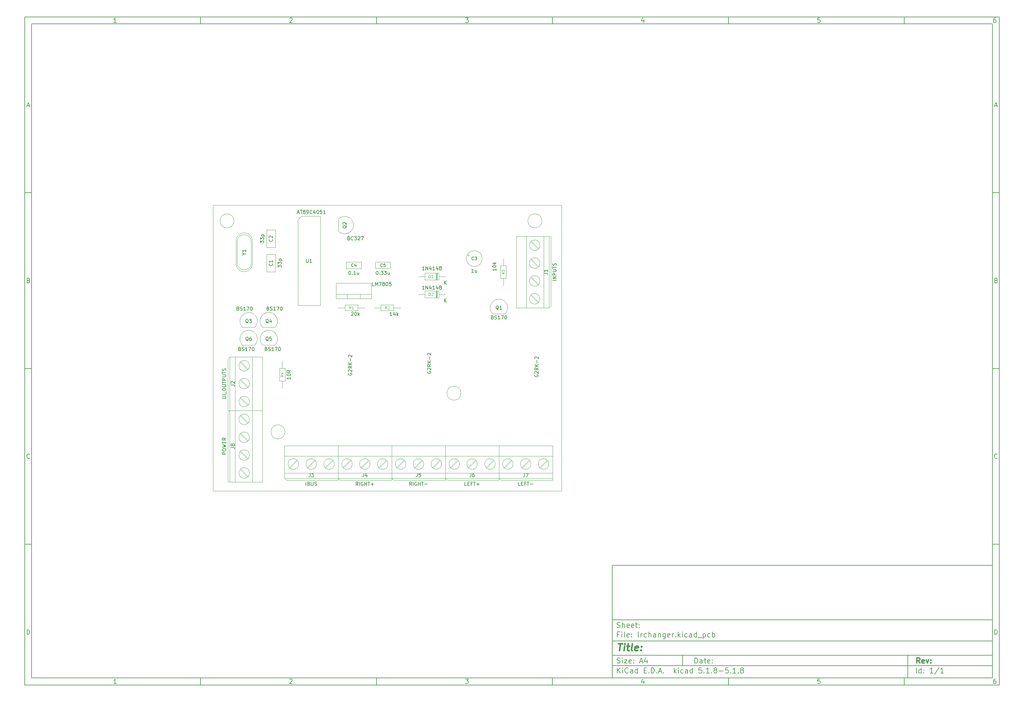
<source format=gbr>
%TF.GenerationSoftware,KiCad,Pcbnew,5.1.8-5.1.8*%
%TF.CreationDate,2021-02-08T23:37:39+01:00*%
%TF.ProjectId,lrchanger,6c726368-616e-4676-9572-2e6b69636164,rev?*%
%TF.SameCoordinates,Original*%
%TF.FileFunction,Other,Fab,Top*%
%FSLAX46Y46*%
G04 Gerber Fmt 4.6, Leading zero omitted, Abs format (unit mm)*
G04 Created by KiCad (PCBNEW 5.1.8-5.1.8) date 2021-02-08 23:37:39*
%MOMM*%
%LPD*%
G01*
G04 APERTURE LIST*
%ADD10C,0.100000*%
%ADD11C,0.150000*%
%ADD12C,0.300000*%
%ADD13C,0.400000*%
%TA.AperFunction,Profile*%
%ADD14C,0.050000*%
%TD*%
%ADD15C,0.108000*%
%ADD16C,0.129000*%
%ADD17C,0.135000*%
%ADD18C,0.120000*%
G04 APERTURE END LIST*
D10*
D11*
X177002200Y-166007200D02*
X177002200Y-198007200D01*
X285002200Y-198007200D01*
X285002200Y-166007200D01*
X177002200Y-166007200D01*
D10*
D11*
X10000000Y-10000000D02*
X10000000Y-200007200D01*
X287002200Y-200007200D01*
X287002200Y-10000000D01*
X10000000Y-10000000D01*
D10*
D11*
X12000000Y-12000000D02*
X12000000Y-198007200D01*
X285002200Y-198007200D01*
X285002200Y-12000000D01*
X12000000Y-12000000D01*
D10*
D11*
X60000000Y-12000000D02*
X60000000Y-10000000D01*
D10*
D11*
X110000000Y-12000000D02*
X110000000Y-10000000D01*
D10*
D11*
X160000000Y-12000000D02*
X160000000Y-10000000D01*
D10*
D11*
X210000000Y-12000000D02*
X210000000Y-10000000D01*
D10*
D11*
X260000000Y-12000000D02*
X260000000Y-10000000D01*
D10*
D11*
X36065476Y-11588095D02*
X35322619Y-11588095D01*
X35694047Y-11588095D02*
X35694047Y-10288095D01*
X35570238Y-10473809D01*
X35446428Y-10597619D01*
X35322619Y-10659523D01*
D10*
D11*
X85322619Y-10411904D02*
X85384523Y-10350000D01*
X85508333Y-10288095D01*
X85817857Y-10288095D01*
X85941666Y-10350000D01*
X86003571Y-10411904D01*
X86065476Y-10535714D01*
X86065476Y-10659523D01*
X86003571Y-10845238D01*
X85260714Y-11588095D01*
X86065476Y-11588095D01*
D10*
D11*
X135260714Y-10288095D02*
X136065476Y-10288095D01*
X135632142Y-10783333D01*
X135817857Y-10783333D01*
X135941666Y-10845238D01*
X136003571Y-10907142D01*
X136065476Y-11030952D01*
X136065476Y-11340476D01*
X136003571Y-11464285D01*
X135941666Y-11526190D01*
X135817857Y-11588095D01*
X135446428Y-11588095D01*
X135322619Y-11526190D01*
X135260714Y-11464285D01*
D10*
D11*
X185941666Y-10721428D02*
X185941666Y-11588095D01*
X185632142Y-10226190D02*
X185322619Y-11154761D01*
X186127380Y-11154761D01*
D10*
D11*
X236003571Y-10288095D02*
X235384523Y-10288095D01*
X235322619Y-10907142D01*
X235384523Y-10845238D01*
X235508333Y-10783333D01*
X235817857Y-10783333D01*
X235941666Y-10845238D01*
X236003571Y-10907142D01*
X236065476Y-11030952D01*
X236065476Y-11340476D01*
X236003571Y-11464285D01*
X235941666Y-11526190D01*
X235817857Y-11588095D01*
X235508333Y-11588095D01*
X235384523Y-11526190D01*
X235322619Y-11464285D01*
D10*
D11*
X285941666Y-10288095D02*
X285694047Y-10288095D01*
X285570238Y-10350000D01*
X285508333Y-10411904D01*
X285384523Y-10597619D01*
X285322619Y-10845238D01*
X285322619Y-11340476D01*
X285384523Y-11464285D01*
X285446428Y-11526190D01*
X285570238Y-11588095D01*
X285817857Y-11588095D01*
X285941666Y-11526190D01*
X286003571Y-11464285D01*
X286065476Y-11340476D01*
X286065476Y-11030952D01*
X286003571Y-10907142D01*
X285941666Y-10845238D01*
X285817857Y-10783333D01*
X285570238Y-10783333D01*
X285446428Y-10845238D01*
X285384523Y-10907142D01*
X285322619Y-11030952D01*
D10*
D11*
X60000000Y-198007200D02*
X60000000Y-200007200D01*
D10*
D11*
X110000000Y-198007200D02*
X110000000Y-200007200D01*
D10*
D11*
X160000000Y-198007200D02*
X160000000Y-200007200D01*
D10*
D11*
X210000000Y-198007200D02*
X210000000Y-200007200D01*
D10*
D11*
X260000000Y-198007200D02*
X260000000Y-200007200D01*
D10*
D11*
X36065476Y-199595295D02*
X35322619Y-199595295D01*
X35694047Y-199595295D02*
X35694047Y-198295295D01*
X35570238Y-198481009D01*
X35446428Y-198604819D01*
X35322619Y-198666723D01*
D10*
D11*
X85322619Y-198419104D02*
X85384523Y-198357200D01*
X85508333Y-198295295D01*
X85817857Y-198295295D01*
X85941666Y-198357200D01*
X86003571Y-198419104D01*
X86065476Y-198542914D01*
X86065476Y-198666723D01*
X86003571Y-198852438D01*
X85260714Y-199595295D01*
X86065476Y-199595295D01*
D10*
D11*
X135260714Y-198295295D02*
X136065476Y-198295295D01*
X135632142Y-198790533D01*
X135817857Y-198790533D01*
X135941666Y-198852438D01*
X136003571Y-198914342D01*
X136065476Y-199038152D01*
X136065476Y-199347676D01*
X136003571Y-199471485D01*
X135941666Y-199533390D01*
X135817857Y-199595295D01*
X135446428Y-199595295D01*
X135322619Y-199533390D01*
X135260714Y-199471485D01*
D10*
D11*
X185941666Y-198728628D02*
X185941666Y-199595295D01*
X185632142Y-198233390D02*
X185322619Y-199161961D01*
X186127380Y-199161961D01*
D10*
D11*
X236003571Y-198295295D02*
X235384523Y-198295295D01*
X235322619Y-198914342D01*
X235384523Y-198852438D01*
X235508333Y-198790533D01*
X235817857Y-198790533D01*
X235941666Y-198852438D01*
X236003571Y-198914342D01*
X236065476Y-199038152D01*
X236065476Y-199347676D01*
X236003571Y-199471485D01*
X235941666Y-199533390D01*
X235817857Y-199595295D01*
X235508333Y-199595295D01*
X235384523Y-199533390D01*
X235322619Y-199471485D01*
D10*
D11*
X285941666Y-198295295D02*
X285694047Y-198295295D01*
X285570238Y-198357200D01*
X285508333Y-198419104D01*
X285384523Y-198604819D01*
X285322619Y-198852438D01*
X285322619Y-199347676D01*
X285384523Y-199471485D01*
X285446428Y-199533390D01*
X285570238Y-199595295D01*
X285817857Y-199595295D01*
X285941666Y-199533390D01*
X286003571Y-199471485D01*
X286065476Y-199347676D01*
X286065476Y-199038152D01*
X286003571Y-198914342D01*
X285941666Y-198852438D01*
X285817857Y-198790533D01*
X285570238Y-198790533D01*
X285446428Y-198852438D01*
X285384523Y-198914342D01*
X285322619Y-199038152D01*
D10*
D11*
X10000000Y-60000000D02*
X12000000Y-60000000D01*
D10*
D11*
X10000000Y-110000000D02*
X12000000Y-110000000D01*
D10*
D11*
X10000000Y-160000000D02*
X12000000Y-160000000D01*
D10*
D11*
X10690476Y-35216666D02*
X11309523Y-35216666D01*
X10566666Y-35588095D02*
X11000000Y-34288095D01*
X11433333Y-35588095D01*
D10*
D11*
X11092857Y-84907142D02*
X11278571Y-84969047D01*
X11340476Y-85030952D01*
X11402380Y-85154761D01*
X11402380Y-85340476D01*
X11340476Y-85464285D01*
X11278571Y-85526190D01*
X11154761Y-85588095D01*
X10659523Y-85588095D01*
X10659523Y-84288095D01*
X11092857Y-84288095D01*
X11216666Y-84350000D01*
X11278571Y-84411904D01*
X11340476Y-84535714D01*
X11340476Y-84659523D01*
X11278571Y-84783333D01*
X11216666Y-84845238D01*
X11092857Y-84907142D01*
X10659523Y-84907142D01*
D10*
D11*
X11402380Y-135464285D02*
X11340476Y-135526190D01*
X11154761Y-135588095D01*
X11030952Y-135588095D01*
X10845238Y-135526190D01*
X10721428Y-135402380D01*
X10659523Y-135278571D01*
X10597619Y-135030952D01*
X10597619Y-134845238D01*
X10659523Y-134597619D01*
X10721428Y-134473809D01*
X10845238Y-134350000D01*
X11030952Y-134288095D01*
X11154761Y-134288095D01*
X11340476Y-134350000D01*
X11402380Y-134411904D01*
D10*
D11*
X10659523Y-185588095D02*
X10659523Y-184288095D01*
X10969047Y-184288095D01*
X11154761Y-184350000D01*
X11278571Y-184473809D01*
X11340476Y-184597619D01*
X11402380Y-184845238D01*
X11402380Y-185030952D01*
X11340476Y-185278571D01*
X11278571Y-185402380D01*
X11154761Y-185526190D01*
X10969047Y-185588095D01*
X10659523Y-185588095D01*
D10*
D11*
X287002200Y-60000000D02*
X285002200Y-60000000D01*
D10*
D11*
X287002200Y-110000000D02*
X285002200Y-110000000D01*
D10*
D11*
X287002200Y-160000000D02*
X285002200Y-160000000D01*
D10*
D11*
X285692676Y-35216666D02*
X286311723Y-35216666D01*
X285568866Y-35588095D02*
X286002200Y-34288095D01*
X286435533Y-35588095D01*
D10*
D11*
X286095057Y-84907142D02*
X286280771Y-84969047D01*
X286342676Y-85030952D01*
X286404580Y-85154761D01*
X286404580Y-85340476D01*
X286342676Y-85464285D01*
X286280771Y-85526190D01*
X286156961Y-85588095D01*
X285661723Y-85588095D01*
X285661723Y-84288095D01*
X286095057Y-84288095D01*
X286218866Y-84350000D01*
X286280771Y-84411904D01*
X286342676Y-84535714D01*
X286342676Y-84659523D01*
X286280771Y-84783333D01*
X286218866Y-84845238D01*
X286095057Y-84907142D01*
X285661723Y-84907142D01*
D10*
D11*
X286404580Y-135464285D02*
X286342676Y-135526190D01*
X286156961Y-135588095D01*
X286033152Y-135588095D01*
X285847438Y-135526190D01*
X285723628Y-135402380D01*
X285661723Y-135278571D01*
X285599819Y-135030952D01*
X285599819Y-134845238D01*
X285661723Y-134597619D01*
X285723628Y-134473809D01*
X285847438Y-134350000D01*
X286033152Y-134288095D01*
X286156961Y-134288095D01*
X286342676Y-134350000D01*
X286404580Y-134411904D01*
D10*
D11*
X285661723Y-185588095D02*
X285661723Y-184288095D01*
X285971247Y-184288095D01*
X286156961Y-184350000D01*
X286280771Y-184473809D01*
X286342676Y-184597619D01*
X286404580Y-184845238D01*
X286404580Y-185030952D01*
X286342676Y-185278571D01*
X286280771Y-185402380D01*
X286156961Y-185526190D01*
X285971247Y-185588095D01*
X285661723Y-185588095D01*
D10*
D11*
X200434342Y-193785771D02*
X200434342Y-192285771D01*
X200791485Y-192285771D01*
X201005771Y-192357200D01*
X201148628Y-192500057D01*
X201220057Y-192642914D01*
X201291485Y-192928628D01*
X201291485Y-193142914D01*
X201220057Y-193428628D01*
X201148628Y-193571485D01*
X201005771Y-193714342D01*
X200791485Y-193785771D01*
X200434342Y-193785771D01*
X202577200Y-193785771D02*
X202577200Y-193000057D01*
X202505771Y-192857200D01*
X202362914Y-192785771D01*
X202077200Y-192785771D01*
X201934342Y-192857200D01*
X202577200Y-193714342D02*
X202434342Y-193785771D01*
X202077200Y-193785771D01*
X201934342Y-193714342D01*
X201862914Y-193571485D01*
X201862914Y-193428628D01*
X201934342Y-193285771D01*
X202077200Y-193214342D01*
X202434342Y-193214342D01*
X202577200Y-193142914D01*
X203077200Y-192785771D02*
X203648628Y-192785771D01*
X203291485Y-192285771D02*
X203291485Y-193571485D01*
X203362914Y-193714342D01*
X203505771Y-193785771D01*
X203648628Y-193785771D01*
X204720057Y-193714342D02*
X204577200Y-193785771D01*
X204291485Y-193785771D01*
X204148628Y-193714342D01*
X204077200Y-193571485D01*
X204077200Y-193000057D01*
X204148628Y-192857200D01*
X204291485Y-192785771D01*
X204577200Y-192785771D01*
X204720057Y-192857200D01*
X204791485Y-193000057D01*
X204791485Y-193142914D01*
X204077200Y-193285771D01*
X205434342Y-193642914D02*
X205505771Y-193714342D01*
X205434342Y-193785771D01*
X205362914Y-193714342D01*
X205434342Y-193642914D01*
X205434342Y-193785771D01*
X205434342Y-192857200D02*
X205505771Y-192928628D01*
X205434342Y-193000057D01*
X205362914Y-192928628D01*
X205434342Y-192857200D01*
X205434342Y-193000057D01*
D10*
D11*
X177002200Y-194507200D02*
X285002200Y-194507200D01*
D10*
D11*
X178434342Y-196585771D02*
X178434342Y-195085771D01*
X179291485Y-196585771D02*
X178648628Y-195728628D01*
X179291485Y-195085771D02*
X178434342Y-195942914D01*
X179934342Y-196585771D02*
X179934342Y-195585771D01*
X179934342Y-195085771D02*
X179862914Y-195157200D01*
X179934342Y-195228628D01*
X180005771Y-195157200D01*
X179934342Y-195085771D01*
X179934342Y-195228628D01*
X181505771Y-196442914D02*
X181434342Y-196514342D01*
X181220057Y-196585771D01*
X181077200Y-196585771D01*
X180862914Y-196514342D01*
X180720057Y-196371485D01*
X180648628Y-196228628D01*
X180577200Y-195942914D01*
X180577200Y-195728628D01*
X180648628Y-195442914D01*
X180720057Y-195300057D01*
X180862914Y-195157200D01*
X181077200Y-195085771D01*
X181220057Y-195085771D01*
X181434342Y-195157200D01*
X181505771Y-195228628D01*
X182791485Y-196585771D02*
X182791485Y-195800057D01*
X182720057Y-195657200D01*
X182577200Y-195585771D01*
X182291485Y-195585771D01*
X182148628Y-195657200D01*
X182791485Y-196514342D02*
X182648628Y-196585771D01*
X182291485Y-196585771D01*
X182148628Y-196514342D01*
X182077200Y-196371485D01*
X182077200Y-196228628D01*
X182148628Y-196085771D01*
X182291485Y-196014342D01*
X182648628Y-196014342D01*
X182791485Y-195942914D01*
X184148628Y-196585771D02*
X184148628Y-195085771D01*
X184148628Y-196514342D02*
X184005771Y-196585771D01*
X183720057Y-196585771D01*
X183577200Y-196514342D01*
X183505771Y-196442914D01*
X183434342Y-196300057D01*
X183434342Y-195871485D01*
X183505771Y-195728628D01*
X183577200Y-195657200D01*
X183720057Y-195585771D01*
X184005771Y-195585771D01*
X184148628Y-195657200D01*
X186005771Y-195800057D02*
X186505771Y-195800057D01*
X186720057Y-196585771D02*
X186005771Y-196585771D01*
X186005771Y-195085771D01*
X186720057Y-195085771D01*
X187362914Y-196442914D02*
X187434342Y-196514342D01*
X187362914Y-196585771D01*
X187291485Y-196514342D01*
X187362914Y-196442914D01*
X187362914Y-196585771D01*
X188077200Y-196585771D02*
X188077200Y-195085771D01*
X188434342Y-195085771D01*
X188648628Y-195157200D01*
X188791485Y-195300057D01*
X188862914Y-195442914D01*
X188934342Y-195728628D01*
X188934342Y-195942914D01*
X188862914Y-196228628D01*
X188791485Y-196371485D01*
X188648628Y-196514342D01*
X188434342Y-196585771D01*
X188077200Y-196585771D01*
X189577200Y-196442914D02*
X189648628Y-196514342D01*
X189577200Y-196585771D01*
X189505771Y-196514342D01*
X189577200Y-196442914D01*
X189577200Y-196585771D01*
X190220057Y-196157200D02*
X190934342Y-196157200D01*
X190077200Y-196585771D02*
X190577200Y-195085771D01*
X191077200Y-196585771D01*
X191577200Y-196442914D02*
X191648628Y-196514342D01*
X191577200Y-196585771D01*
X191505771Y-196514342D01*
X191577200Y-196442914D01*
X191577200Y-196585771D01*
X194577200Y-196585771D02*
X194577200Y-195085771D01*
X194720057Y-196014342D02*
X195148628Y-196585771D01*
X195148628Y-195585771D02*
X194577200Y-196157200D01*
X195791485Y-196585771D02*
X195791485Y-195585771D01*
X195791485Y-195085771D02*
X195720057Y-195157200D01*
X195791485Y-195228628D01*
X195862914Y-195157200D01*
X195791485Y-195085771D01*
X195791485Y-195228628D01*
X197148628Y-196514342D02*
X197005771Y-196585771D01*
X196720057Y-196585771D01*
X196577200Y-196514342D01*
X196505771Y-196442914D01*
X196434342Y-196300057D01*
X196434342Y-195871485D01*
X196505771Y-195728628D01*
X196577200Y-195657200D01*
X196720057Y-195585771D01*
X197005771Y-195585771D01*
X197148628Y-195657200D01*
X198434342Y-196585771D02*
X198434342Y-195800057D01*
X198362914Y-195657200D01*
X198220057Y-195585771D01*
X197934342Y-195585771D01*
X197791485Y-195657200D01*
X198434342Y-196514342D02*
X198291485Y-196585771D01*
X197934342Y-196585771D01*
X197791485Y-196514342D01*
X197720057Y-196371485D01*
X197720057Y-196228628D01*
X197791485Y-196085771D01*
X197934342Y-196014342D01*
X198291485Y-196014342D01*
X198434342Y-195942914D01*
X199791485Y-196585771D02*
X199791485Y-195085771D01*
X199791485Y-196514342D02*
X199648628Y-196585771D01*
X199362914Y-196585771D01*
X199220057Y-196514342D01*
X199148628Y-196442914D01*
X199077200Y-196300057D01*
X199077200Y-195871485D01*
X199148628Y-195728628D01*
X199220057Y-195657200D01*
X199362914Y-195585771D01*
X199648628Y-195585771D01*
X199791485Y-195657200D01*
X202362914Y-195085771D02*
X201648628Y-195085771D01*
X201577200Y-195800057D01*
X201648628Y-195728628D01*
X201791485Y-195657200D01*
X202148628Y-195657200D01*
X202291485Y-195728628D01*
X202362914Y-195800057D01*
X202434342Y-195942914D01*
X202434342Y-196300057D01*
X202362914Y-196442914D01*
X202291485Y-196514342D01*
X202148628Y-196585771D01*
X201791485Y-196585771D01*
X201648628Y-196514342D01*
X201577200Y-196442914D01*
X203077200Y-196442914D02*
X203148628Y-196514342D01*
X203077200Y-196585771D01*
X203005771Y-196514342D01*
X203077200Y-196442914D01*
X203077200Y-196585771D01*
X204577200Y-196585771D02*
X203720057Y-196585771D01*
X204148628Y-196585771D02*
X204148628Y-195085771D01*
X204005771Y-195300057D01*
X203862914Y-195442914D01*
X203720057Y-195514342D01*
X205220057Y-196442914D02*
X205291485Y-196514342D01*
X205220057Y-196585771D01*
X205148628Y-196514342D01*
X205220057Y-196442914D01*
X205220057Y-196585771D01*
X206148628Y-195728628D02*
X206005771Y-195657200D01*
X205934342Y-195585771D01*
X205862914Y-195442914D01*
X205862914Y-195371485D01*
X205934342Y-195228628D01*
X206005771Y-195157200D01*
X206148628Y-195085771D01*
X206434342Y-195085771D01*
X206577200Y-195157200D01*
X206648628Y-195228628D01*
X206720057Y-195371485D01*
X206720057Y-195442914D01*
X206648628Y-195585771D01*
X206577200Y-195657200D01*
X206434342Y-195728628D01*
X206148628Y-195728628D01*
X206005771Y-195800057D01*
X205934342Y-195871485D01*
X205862914Y-196014342D01*
X205862914Y-196300057D01*
X205934342Y-196442914D01*
X206005771Y-196514342D01*
X206148628Y-196585771D01*
X206434342Y-196585771D01*
X206577200Y-196514342D01*
X206648628Y-196442914D01*
X206720057Y-196300057D01*
X206720057Y-196014342D01*
X206648628Y-195871485D01*
X206577200Y-195800057D01*
X206434342Y-195728628D01*
X207362914Y-196014342D02*
X208505771Y-196014342D01*
X209934342Y-195085771D02*
X209220057Y-195085771D01*
X209148628Y-195800057D01*
X209220057Y-195728628D01*
X209362914Y-195657200D01*
X209720057Y-195657200D01*
X209862914Y-195728628D01*
X209934342Y-195800057D01*
X210005771Y-195942914D01*
X210005771Y-196300057D01*
X209934342Y-196442914D01*
X209862914Y-196514342D01*
X209720057Y-196585771D01*
X209362914Y-196585771D01*
X209220057Y-196514342D01*
X209148628Y-196442914D01*
X210648628Y-196442914D02*
X210720057Y-196514342D01*
X210648628Y-196585771D01*
X210577200Y-196514342D01*
X210648628Y-196442914D01*
X210648628Y-196585771D01*
X212148628Y-196585771D02*
X211291485Y-196585771D01*
X211720057Y-196585771D02*
X211720057Y-195085771D01*
X211577200Y-195300057D01*
X211434342Y-195442914D01*
X211291485Y-195514342D01*
X212791485Y-196442914D02*
X212862914Y-196514342D01*
X212791485Y-196585771D01*
X212720057Y-196514342D01*
X212791485Y-196442914D01*
X212791485Y-196585771D01*
X213720057Y-195728628D02*
X213577200Y-195657200D01*
X213505771Y-195585771D01*
X213434342Y-195442914D01*
X213434342Y-195371485D01*
X213505771Y-195228628D01*
X213577200Y-195157200D01*
X213720057Y-195085771D01*
X214005771Y-195085771D01*
X214148628Y-195157200D01*
X214220057Y-195228628D01*
X214291485Y-195371485D01*
X214291485Y-195442914D01*
X214220057Y-195585771D01*
X214148628Y-195657200D01*
X214005771Y-195728628D01*
X213720057Y-195728628D01*
X213577200Y-195800057D01*
X213505771Y-195871485D01*
X213434342Y-196014342D01*
X213434342Y-196300057D01*
X213505771Y-196442914D01*
X213577200Y-196514342D01*
X213720057Y-196585771D01*
X214005771Y-196585771D01*
X214148628Y-196514342D01*
X214220057Y-196442914D01*
X214291485Y-196300057D01*
X214291485Y-196014342D01*
X214220057Y-195871485D01*
X214148628Y-195800057D01*
X214005771Y-195728628D01*
D10*
D11*
X177002200Y-191507200D02*
X285002200Y-191507200D01*
D10*
D12*
X264411485Y-193785771D02*
X263911485Y-193071485D01*
X263554342Y-193785771D02*
X263554342Y-192285771D01*
X264125771Y-192285771D01*
X264268628Y-192357200D01*
X264340057Y-192428628D01*
X264411485Y-192571485D01*
X264411485Y-192785771D01*
X264340057Y-192928628D01*
X264268628Y-193000057D01*
X264125771Y-193071485D01*
X263554342Y-193071485D01*
X265625771Y-193714342D02*
X265482914Y-193785771D01*
X265197200Y-193785771D01*
X265054342Y-193714342D01*
X264982914Y-193571485D01*
X264982914Y-193000057D01*
X265054342Y-192857200D01*
X265197200Y-192785771D01*
X265482914Y-192785771D01*
X265625771Y-192857200D01*
X265697200Y-193000057D01*
X265697200Y-193142914D01*
X264982914Y-193285771D01*
X266197200Y-192785771D02*
X266554342Y-193785771D01*
X266911485Y-192785771D01*
X267482914Y-193642914D02*
X267554342Y-193714342D01*
X267482914Y-193785771D01*
X267411485Y-193714342D01*
X267482914Y-193642914D01*
X267482914Y-193785771D01*
X267482914Y-192857200D02*
X267554342Y-192928628D01*
X267482914Y-193000057D01*
X267411485Y-192928628D01*
X267482914Y-192857200D01*
X267482914Y-193000057D01*
D10*
D11*
X178362914Y-193714342D02*
X178577200Y-193785771D01*
X178934342Y-193785771D01*
X179077200Y-193714342D01*
X179148628Y-193642914D01*
X179220057Y-193500057D01*
X179220057Y-193357200D01*
X179148628Y-193214342D01*
X179077200Y-193142914D01*
X178934342Y-193071485D01*
X178648628Y-193000057D01*
X178505771Y-192928628D01*
X178434342Y-192857200D01*
X178362914Y-192714342D01*
X178362914Y-192571485D01*
X178434342Y-192428628D01*
X178505771Y-192357200D01*
X178648628Y-192285771D01*
X179005771Y-192285771D01*
X179220057Y-192357200D01*
X179862914Y-193785771D02*
X179862914Y-192785771D01*
X179862914Y-192285771D02*
X179791485Y-192357200D01*
X179862914Y-192428628D01*
X179934342Y-192357200D01*
X179862914Y-192285771D01*
X179862914Y-192428628D01*
X180434342Y-192785771D02*
X181220057Y-192785771D01*
X180434342Y-193785771D01*
X181220057Y-193785771D01*
X182362914Y-193714342D02*
X182220057Y-193785771D01*
X181934342Y-193785771D01*
X181791485Y-193714342D01*
X181720057Y-193571485D01*
X181720057Y-193000057D01*
X181791485Y-192857200D01*
X181934342Y-192785771D01*
X182220057Y-192785771D01*
X182362914Y-192857200D01*
X182434342Y-193000057D01*
X182434342Y-193142914D01*
X181720057Y-193285771D01*
X183077200Y-193642914D02*
X183148628Y-193714342D01*
X183077200Y-193785771D01*
X183005771Y-193714342D01*
X183077200Y-193642914D01*
X183077200Y-193785771D01*
X183077200Y-192857200D02*
X183148628Y-192928628D01*
X183077200Y-193000057D01*
X183005771Y-192928628D01*
X183077200Y-192857200D01*
X183077200Y-193000057D01*
X184862914Y-193357200D02*
X185577200Y-193357200D01*
X184720057Y-193785771D02*
X185220057Y-192285771D01*
X185720057Y-193785771D01*
X186862914Y-192785771D02*
X186862914Y-193785771D01*
X186505771Y-192214342D02*
X186148628Y-193285771D01*
X187077200Y-193285771D01*
D10*
D11*
X263434342Y-196585771D02*
X263434342Y-195085771D01*
X264791485Y-196585771D02*
X264791485Y-195085771D01*
X264791485Y-196514342D02*
X264648628Y-196585771D01*
X264362914Y-196585771D01*
X264220057Y-196514342D01*
X264148628Y-196442914D01*
X264077200Y-196300057D01*
X264077200Y-195871485D01*
X264148628Y-195728628D01*
X264220057Y-195657200D01*
X264362914Y-195585771D01*
X264648628Y-195585771D01*
X264791485Y-195657200D01*
X265505771Y-196442914D02*
X265577200Y-196514342D01*
X265505771Y-196585771D01*
X265434342Y-196514342D01*
X265505771Y-196442914D01*
X265505771Y-196585771D01*
X265505771Y-195657200D02*
X265577200Y-195728628D01*
X265505771Y-195800057D01*
X265434342Y-195728628D01*
X265505771Y-195657200D01*
X265505771Y-195800057D01*
X268148628Y-196585771D02*
X267291485Y-196585771D01*
X267720057Y-196585771D02*
X267720057Y-195085771D01*
X267577200Y-195300057D01*
X267434342Y-195442914D01*
X267291485Y-195514342D01*
X269862914Y-195014342D02*
X268577200Y-196942914D01*
X271148628Y-196585771D02*
X270291485Y-196585771D01*
X270720057Y-196585771D02*
X270720057Y-195085771D01*
X270577200Y-195300057D01*
X270434342Y-195442914D01*
X270291485Y-195514342D01*
D10*
D11*
X177002200Y-187507200D02*
X285002200Y-187507200D01*
D10*
D13*
X178714580Y-188211961D02*
X179857438Y-188211961D01*
X179036009Y-190211961D02*
X179286009Y-188211961D01*
X180274104Y-190211961D02*
X180440771Y-188878628D01*
X180524104Y-188211961D02*
X180416961Y-188307200D01*
X180500295Y-188402438D01*
X180607438Y-188307200D01*
X180524104Y-188211961D01*
X180500295Y-188402438D01*
X181107438Y-188878628D02*
X181869342Y-188878628D01*
X181476485Y-188211961D02*
X181262200Y-189926247D01*
X181333628Y-190116723D01*
X181512200Y-190211961D01*
X181702676Y-190211961D01*
X182655057Y-190211961D02*
X182476485Y-190116723D01*
X182405057Y-189926247D01*
X182619342Y-188211961D01*
X184190771Y-190116723D02*
X183988390Y-190211961D01*
X183607438Y-190211961D01*
X183428866Y-190116723D01*
X183357438Y-189926247D01*
X183452676Y-189164342D01*
X183571723Y-188973866D01*
X183774104Y-188878628D01*
X184155057Y-188878628D01*
X184333628Y-188973866D01*
X184405057Y-189164342D01*
X184381247Y-189354819D01*
X183405057Y-189545295D01*
X185155057Y-190021485D02*
X185238390Y-190116723D01*
X185131247Y-190211961D01*
X185047914Y-190116723D01*
X185155057Y-190021485D01*
X185131247Y-190211961D01*
X185286009Y-188973866D02*
X185369342Y-189069104D01*
X185262200Y-189164342D01*
X185178866Y-189069104D01*
X185286009Y-188973866D01*
X185262200Y-189164342D01*
D10*
D11*
X178934342Y-185600057D02*
X178434342Y-185600057D01*
X178434342Y-186385771D02*
X178434342Y-184885771D01*
X179148628Y-184885771D01*
X179720057Y-186385771D02*
X179720057Y-185385771D01*
X179720057Y-184885771D02*
X179648628Y-184957200D01*
X179720057Y-185028628D01*
X179791485Y-184957200D01*
X179720057Y-184885771D01*
X179720057Y-185028628D01*
X180648628Y-186385771D02*
X180505771Y-186314342D01*
X180434342Y-186171485D01*
X180434342Y-184885771D01*
X181791485Y-186314342D02*
X181648628Y-186385771D01*
X181362914Y-186385771D01*
X181220057Y-186314342D01*
X181148628Y-186171485D01*
X181148628Y-185600057D01*
X181220057Y-185457200D01*
X181362914Y-185385771D01*
X181648628Y-185385771D01*
X181791485Y-185457200D01*
X181862914Y-185600057D01*
X181862914Y-185742914D01*
X181148628Y-185885771D01*
X182505771Y-186242914D02*
X182577200Y-186314342D01*
X182505771Y-186385771D01*
X182434342Y-186314342D01*
X182505771Y-186242914D01*
X182505771Y-186385771D01*
X182505771Y-185457200D02*
X182577200Y-185528628D01*
X182505771Y-185600057D01*
X182434342Y-185528628D01*
X182505771Y-185457200D01*
X182505771Y-185600057D01*
X184577200Y-186385771D02*
X184434342Y-186314342D01*
X184362914Y-186171485D01*
X184362914Y-184885771D01*
X185148628Y-186385771D02*
X185148628Y-185385771D01*
X185148628Y-185671485D02*
X185220057Y-185528628D01*
X185291485Y-185457200D01*
X185434342Y-185385771D01*
X185577200Y-185385771D01*
X186720057Y-186314342D02*
X186577200Y-186385771D01*
X186291485Y-186385771D01*
X186148628Y-186314342D01*
X186077200Y-186242914D01*
X186005771Y-186100057D01*
X186005771Y-185671485D01*
X186077200Y-185528628D01*
X186148628Y-185457200D01*
X186291485Y-185385771D01*
X186577200Y-185385771D01*
X186720057Y-185457200D01*
X187362914Y-186385771D02*
X187362914Y-184885771D01*
X188005771Y-186385771D02*
X188005771Y-185600057D01*
X187934342Y-185457200D01*
X187791485Y-185385771D01*
X187577200Y-185385771D01*
X187434342Y-185457200D01*
X187362914Y-185528628D01*
X189362914Y-186385771D02*
X189362914Y-185600057D01*
X189291485Y-185457200D01*
X189148628Y-185385771D01*
X188862914Y-185385771D01*
X188720057Y-185457200D01*
X189362914Y-186314342D02*
X189220057Y-186385771D01*
X188862914Y-186385771D01*
X188720057Y-186314342D01*
X188648628Y-186171485D01*
X188648628Y-186028628D01*
X188720057Y-185885771D01*
X188862914Y-185814342D01*
X189220057Y-185814342D01*
X189362914Y-185742914D01*
X190077200Y-185385771D02*
X190077200Y-186385771D01*
X190077200Y-185528628D02*
X190148628Y-185457200D01*
X190291485Y-185385771D01*
X190505771Y-185385771D01*
X190648628Y-185457200D01*
X190720057Y-185600057D01*
X190720057Y-186385771D01*
X192077200Y-185385771D02*
X192077200Y-186600057D01*
X192005771Y-186742914D01*
X191934342Y-186814342D01*
X191791485Y-186885771D01*
X191577200Y-186885771D01*
X191434342Y-186814342D01*
X192077200Y-186314342D02*
X191934342Y-186385771D01*
X191648628Y-186385771D01*
X191505771Y-186314342D01*
X191434342Y-186242914D01*
X191362914Y-186100057D01*
X191362914Y-185671485D01*
X191434342Y-185528628D01*
X191505771Y-185457200D01*
X191648628Y-185385771D01*
X191934342Y-185385771D01*
X192077200Y-185457200D01*
X193362914Y-186314342D02*
X193220057Y-186385771D01*
X192934342Y-186385771D01*
X192791485Y-186314342D01*
X192720057Y-186171485D01*
X192720057Y-185600057D01*
X192791485Y-185457200D01*
X192934342Y-185385771D01*
X193220057Y-185385771D01*
X193362914Y-185457200D01*
X193434342Y-185600057D01*
X193434342Y-185742914D01*
X192720057Y-185885771D01*
X194077200Y-186385771D02*
X194077200Y-185385771D01*
X194077200Y-185671485D02*
X194148628Y-185528628D01*
X194220057Y-185457200D01*
X194362914Y-185385771D01*
X194505771Y-185385771D01*
X195005771Y-186242914D02*
X195077200Y-186314342D01*
X195005771Y-186385771D01*
X194934342Y-186314342D01*
X195005771Y-186242914D01*
X195005771Y-186385771D01*
X195720057Y-186385771D02*
X195720057Y-184885771D01*
X195862914Y-185814342D02*
X196291485Y-186385771D01*
X196291485Y-185385771D02*
X195720057Y-185957200D01*
X196934342Y-186385771D02*
X196934342Y-185385771D01*
X196934342Y-184885771D02*
X196862914Y-184957200D01*
X196934342Y-185028628D01*
X197005771Y-184957200D01*
X196934342Y-184885771D01*
X196934342Y-185028628D01*
X198291485Y-186314342D02*
X198148628Y-186385771D01*
X197862914Y-186385771D01*
X197720057Y-186314342D01*
X197648628Y-186242914D01*
X197577200Y-186100057D01*
X197577200Y-185671485D01*
X197648628Y-185528628D01*
X197720057Y-185457200D01*
X197862914Y-185385771D01*
X198148628Y-185385771D01*
X198291485Y-185457200D01*
X199577200Y-186385771D02*
X199577200Y-185600057D01*
X199505771Y-185457200D01*
X199362914Y-185385771D01*
X199077200Y-185385771D01*
X198934342Y-185457200D01*
X199577200Y-186314342D02*
X199434342Y-186385771D01*
X199077200Y-186385771D01*
X198934342Y-186314342D01*
X198862914Y-186171485D01*
X198862914Y-186028628D01*
X198934342Y-185885771D01*
X199077200Y-185814342D01*
X199434342Y-185814342D01*
X199577200Y-185742914D01*
X200934342Y-186385771D02*
X200934342Y-184885771D01*
X200934342Y-186314342D02*
X200791485Y-186385771D01*
X200505771Y-186385771D01*
X200362914Y-186314342D01*
X200291485Y-186242914D01*
X200220057Y-186100057D01*
X200220057Y-185671485D01*
X200291485Y-185528628D01*
X200362914Y-185457200D01*
X200505771Y-185385771D01*
X200791485Y-185385771D01*
X200934342Y-185457200D01*
X201291485Y-186528628D02*
X202434342Y-186528628D01*
X202791485Y-185385771D02*
X202791485Y-186885771D01*
X202791485Y-185457200D02*
X202934342Y-185385771D01*
X203220057Y-185385771D01*
X203362914Y-185457200D01*
X203434342Y-185528628D01*
X203505771Y-185671485D01*
X203505771Y-186100057D01*
X203434342Y-186242914D01*
X203362914Y-186314342D01*
X203220057Y-186385771D01*
X202934342Y-186385771D01*
X202791485Y-186314342D01*
X204791485Y-186314342D02*
X204648628Y-186385771D01*
X204362914Y-186385771D01*
X204220057Y-186314342D01*
X204148628Y-186242914D01*
X204077200Y-186100057D01*
X204077200Y-185671485D01*
X204148628Y-185528628D01*
X204220057Y-185457200D01*
X204362914Y-185385771D01*
X204648628Y-185385771D01*
X204791485Y-185457200D01*
X205434342Y-186385771D02*
X205434342Y-184885771D01*
X205434342Y-185457200D02*
X205577200Y-185385771D01*
X205862914Y-185385771D01*
X206005771Y-185457200D01*
X206077200Y-185528628D01*
X206148628Y-185671485D01*
X206148628Y-186100057D01*
X206077200Y-186242914D01*
X206005771Y-186314342D01*
X205862914Y-186385771D01*
X205577200Y-186385771D01*
X205434342Y-186314342D01*
D10*
D11*
X177002200Y-181507200D02*
X285002200Y-181507200D01*
D10*
D11*
X178362914Y-183614342D02*
X178577200Y-183685771D01*
X178934342Y-183685771D01*
X179077200Y-183614342D01*
X179148628Y-183542914D01*
X179220057Y-183400057D01*
X179220057Y-183257200D01*
X179148628Y-183114342D01*
X179077200Y-183042914D01*
X178934342Y-182971485D01*
X178648628Y-182900057D01*
X178505771Y-182828628D01*
X178434342Y-182757200D01*
X178362914Y-182614342D01*
X178362914Y-182471485D01*
X178434342Y-182328628D01*
X178505771Y-182257200D01*
X178648628Y-182185771D01*
X179005771Y-182185771D01*
X179220057Y-182257200D01*
X179862914Y-183685771D02*
X179862914Y-182185771D01*
X180505771Y-183685771D02*
X180505771Y-182900057D01*
X180434342Y-182757200D01*
X180291485Y-182685771D01*
X180077200Y-182685771D01*
X179934342Y-182757200D01*
X179862914Y-182828628D01*
X181791485Y-183614342D02*
X181648628Y-183685771D01*
X181362914Y-183685771D01*
X181220057Y-183614342D01*
X181148628Y-183471485D01*
X181148628Y-182900057D01*
X181220057Y-182757200D01*
X181362914Y-182685771D01*
X181648628Y-182685771D01*
X181791485Y-182757200D01*
X181862914Y-182900057D01*
X181862914Y-183042914D01*
X181148628Y-183185771D01*
X183077200Y-183614342D02*
X182934342Y-183685771D01*
X182648628Y-183685771D01*
X182505771Y-183614342D01*
X182434342Y-183471485D01*
X182434342Y-182900057D01*
X182505771Y-182757200D01*
X182648628Y-182685771D01*
X182934342Y-182685771D01*
X183077200Y-182757200D01*
X183148628Y-182900057D01*
X183148628Y-183042914D01*
X182434342Y-183185771D01*
X183577200Y-182685771D02*
X184148628Y-182685771D01*
X183791485Y-182185771D02*
X183791485Y-183471485D01*
X183862914Y-183614342D01*
X184005771Y-183685771D01*
X184148628Y-183685771D01*
X184648628Y-183542914D02*
X184720057Y-183614342D01*
X184648628Y-183685771D01*
X184577200Y-183614342D01*
X184648628Y-183542914D01*
X184648628Y-183685771D01*
X184648628Y-182757200D02*
X184720057Y-182828628D01*
X184648628Y-182900057D01*
X184577200Y-182828628D01*
X184648628Y-182757200D01*
X184648628Y-182900057D01*
D10*
D11*
X197002200Y-191507200D02*
X197002200Y-194507200D01*
D10*
D11*
X261002200Y-191507200D02*
X261002200Y-198007200D01*
D14*
X84000000Y-128000000D02*
G75*
G03*
X84000000Y-128000000I-2000000J0D01*
G01*
X134000000Y-117000000D02*
G75*
G03*
X134000000Y-117000000I-2000000J0D01*
G01*
X157000000Y-68000000D02*
G75*
G03*
X157000000Y-68000000I-2000000J0D01*
G01*
X69500000Y-68000000D02*
G75*
G03*
X69500000Y-68000000I-2000000J0D01*
G01*
X63500000Y-144780000D02*
X63500000Y-63500000D01*
X162560000Y-144780000D02*
X63500000Y-144780000D01*
X162560000Y-63500000D02*
X162560000Y-144780000D01*
X63500000Y-63500000D02*
X162560000Y-63500000D01*
D10*
%TO.C,Y1*%
X74390000Y-73935000D02*
G75*
G03*
X70390000Y-73935000I-2000000J0D01*
G01*
X74390000Y-79935000D02*
G75*
G02*
X70390000Y-79935000I-2000000J0D01*
G01*
X74715000Y-73735000D02*
G75*
G03*
X70065000Y-73735000I-2325000J0D01*
G01*
X74715000Y-80135000D02*
G75*
G02*
X70065000Y-80135000I-2325000J0D01*
G01*
X70065000Y-80135000D02*
X70065000Y-73735000D01*
X74715000Y-80135000D02*
X74715000Y-73735000D01*
X70390000Y-79935000D02*
X70390000Y-73935000D01*
X74390000Y-79935000D02*
X74390000Y-73935000D01*
%TO.C,R4*%
X82385000Y-113560000D02*
X83985000Y-113560000D01*
X83985000Y-113560000D02*
X83985000Y-109960000D01*
X83985000Y-109960000D02*
X82385000Y-109960000D01*
X82385000Y-109960000D02*
X82385000Y-113560000D01*
X83185000Y-115570000D02*
X83185000Y-113560000D01*
X83185000Y-107950000D02*
X83185000Y-109960000D01*
%TO.C,R3*%
X145250000Y-84350000D02*
X146850000Y-84350000D01*
X146850000Y-84350000D02*
X146850000Y-80750000D01*
X146850000Y-80750000D02*
X145250000Y-80750000D01*
X145250000Y-80750000D02*
X145250000Y-84350000D01*
X146050000Y-86360000D02*
X146050000Y-84350000D01*
X146050000Y-78740000D02*
X146050000Y-80750000D01*
%TO.C,R2*%
X111230000Y-91910000D02*
X111230000Y-93510000D01*
X111230000Y-93510000D02*
X114830000Y-93510000D01*
X114830000Y-93510000D02*
X114830000Y-91910000D01*
X114830000Y-91910000D02*
X111230000Y-91910000D01*
X109220000Y-92710000D02*
X111230000Y-92710000D01*
X116840000Y-92710000D02*
X114830000Y-92710000D01*
%TO.C,R1*%
X101070000Y-91910000D02*
X101070000Y-93510000D01*
X101070000Y-93510000D02*
X104670000Y-93510000D01*
X104670000Y-93510000D02*
X104670000Y-91910000D01*
X104670000Y-91910000D02*
X101070000Y-91910000D01*
X99060000Y-92710000D02*
X101070000Y-92710000D01*
X106680000Y-92710000D02*
X104670000Y-92710000D01*
%TO.C,J8*%
X73890000Y-124460000D02*
G75*
G03*
X73890000Y-124460000I-1500000J0D01*
G01*
X73890000Y-129540000D02*
G75*
G03*
X73890000Y-129540000I-1500000J0D01*
G01*
X73890000Y-134620000D02*
G75*
G03*
X73890000Y-134620000I-1500000J0D01*
G01*
X73890000Y-139700000D02*
G75*
G03*
X73890000Y-139700000I-1500000J0D01*
G01*
X77590000Y-121920000D02*
X77590000Y-142240000D01*
X77590000Y-142240000D02*
X67790000Y-142240000D01*
X67790000Y-142240000D02*
X67790000Y-122420000D01*
X67790000Y-122420000D02*
X68290000Y-121920000D01*
X68290000Y-121920000D02*
X77590000Y-121920000D01*
X68290000Y-121920000D02*
X68290000Y-142240000D01*
X69790000Y-121920000D02*
X69790000Y-142240000D01*
X74690000Y-121920000D02*
X74690000Y-142240000D01*
X73345000Y-125598000D02*
X71252000Y-123505000D01*
X73528000Y-125415000D02*
X71435000Y-123322000D01*
X73345000Y-130678000D02*
X71252000Y-128586000D01*
X73528000Y-130495000D02*
X71435000Y-128403000D01*
X73345000Y-135758000D02*
X71252000Y-133666000D01*
X73528000Y-135575000D02*
X71435000Y-133483000D01*
X73345000Y-140838000D02*
X71252000Y-138746000D01*
X73528000Y-140655000D02*
X71435000Y-138563000D01*
%TO.C,J7*%
X148820000Y-137160000D02*
G75*
G03*
X148820000Y-137160000I-1500000J0D01*
G01*
X153900000Y-137160000D02*
G75*
G03*
X153900000Y-137160000I-1500000J0D01*
G01*
X158980000Y-137160000D02*
G75*
G03*
X158980000Y-137160000I-1500000J0D01*
G01*
X144780000Y-131960000D02*
X160020000Y-131960000D01*
X160020000Y-131960000D02*
X160020000Y-141760000D01*
X160020000Y-141760000D02*
X145280000Y-141760000D01*
X145280000Y-141760000D02*
X144780000Y-141260000D01*
X144780000Y-141260000D02*
X144780000Y-131960000D01*
X144780000Y-141260000D02*
X160020000Y-141260000D01*
X144780000Y-139760000D02*
X160020000Y-139760000D01*
X144780000Y-134860000D02*
X160020000Y-134860000D01*
X148458000Y-136205000D02*
X146365000Y-138298000D01*
X148275000Y-136022000D02*
X146182000Y-138115000D01*
X153538000Y-136205000D02*
X151446000Y-138298000D01*
X153355000Y-136022000D02*
X151263000Y-138115000D01*
X158618000Y-136205000D02*
X156526000Y-138298000D01*
X158435000Y-136022000D02*
X156343000Y-138115000D01*
%TO.C,J6*%
X133580000Y-137160000D02*
G75*
G03*
X133580000Y-137160000I-1500000J0D01*
G01*
X138660000Y-137160000D02*
G75*
G03*
X138660000Y-137160000I-1500000J0D01*
G01*
X143740000Y-137160000D02*
G75*
G03*
X143740000Y-137160000I-1500000J0D01*
G01*
X129540000Y-131960000D02*
X144780000Y-131960000D01*
X144780000Y-131960000D02*
X144780000Y-141760000D01*
X144780000Y-141760000D02*
X130040000Y-141760000D01*
X130040000Y-141760000D02*
X129540000Y-141260000D01*
X129540000Y-141260000D02*
X129540000Y-131960000D01*
X129540000Y-141260000D02*
X144780000Y-141260000D01*
X129540000Y-139760000D02*
X144780000Y-139760000D01*
X129540000Y-134860000D02*
X144780000Y-134860000D01*
X133218000Y-136205000D02*
X131125000Y-138298000D01*
X133035000Y-136022000D02*
X130942000Y-138115000D01*
X138298000Y-136205000D02*
X136206000Y-138298000D01*
X138115000Y-136022000D02*
X136023000Y-138115000D01*
X143378000Y-136205000D02*
X141286000Y-138298000D01*
X143195000Y-136022000D02*
X141103000Y-138115000D01*
%TO.C,J5*%
X118340000Y-137160000D02*
G75*
G03*
X118340000Y-137160000I-1500000J0D01*
G01*
X123420000Y-137160000D02*
G75*
G03*
X123420000Y-137160000I-1500000J0D01*
G01*
X128500000Y-137160000D02*
G75*
G03*
X128500000Y-137160000I-1500000J0D01*
G01*
X114300000Y-131960000D02*
X129540000Y-131960000D01*
X129540000Y-131960000D02*
X129540000Y-141760000D01*
X129540000Y-141760000D02*
X114800000Y-141760000D01*
X114800000Y-141760000D02*
X114300000Y-141260000D01*
X114300000Y-141260000D02*
X114300000Y-131960000D01*
X114300000Y-141260000D02*
X129540000Y-141260000D01*
X114300000Y-139760000D02*
X129540000Y-139760000D01*
X114300000Y-134860000D02*
X129540000Y-134860000D01*
X117978000Y-136205000D02*
X115885000Y-138298000D01*
X117795000Y-136022000D02*
X115702000Y-138115000D01*
X123058000Y-136205000D02*
X120966000Y-138298000D01*
X122875000Y-136022000D02*
X120783000Y-138115000D01*
X128138000Y-136205000D02*
X126046000Y-138298000D01*
X127955000Y-136022000D02*
X125863000Y-138115000D01*
%TO.C,J4*%
X103100000Y-137160000D02*
G75*
G03*
X103100000Y-137160000I-1500000J0D01*
G01*
X108180000Y-137160000D02*
G75*
G03*
X108180000Y-137160000I-1500000J0D01*
G01*
X113260000Y-137160000D02*
G75*
G03*
X113260000Y-137160000I-1500000J0D01*
G01*
X99060000Y-131960000D02*
X114300000Y-131960000D01*
X114300000Y-131960000D02*
X114300000Y-141760000D01*
X114300000Y-141760000D02*
X99560000Y-141760000D01*
X99560000Y-141760000D02*
X99060000Y-141260000D01*
X99060000Y-141260000D02*
X99060000Y-131960000D01*
X99060000Y-141260000D02*
X114300000Y-141260000D01*
X99060000Y-139760000D02*
X114300000Y-139760000D01*
X99060000Y-134860000D02*
X114300000Y-134860000D01*
X102738000Y-136205000D02*
X100645000Y-138298000D01*
X102555000Y-136022000D02*
X100462000Y-138115000D01*
X107818000Y-136205000D02*
X105726000Y-138298000D01*
X107635000Y-136022000D02*
X105543000Y-138115000D01*
X112898000Y-136205000D02*
X110806000Y-138298000D01*
X112715000Y-136022000D02*
X110623000Y-138115000D01*
%TO.C,J3*%
X87860000Y-137160000D02*
G75*
G03*
X87860000Y-137160000I-1500000J0D01*
G01*
X92940000Y-137160000D02*
G75*
G03*
X92940000Y-137160000I-1500000J0D01*
G01*
X98020000Y-137160000D02*
G75*
G03*
X98020000Y-137160000I-1500000J0D01*
G01*
X83820000Y-131960000D02*
X99060000Y-131960000D01*
X99060000Y-131960000D02*
X99060000Y-141760000D01*
X99060000Y-141760000D02*
X84320000Y-141760000D01*
X84320000Y-141760000D02*
X83820000Y-141260000D01*
X83820000Y-141260000D02*
X83820000Y-131960000D01*
X83820000Y-141260000D02*
X99060000Y-141260000D01*
X83820000Y-139760000D02*
X99060000Y-139760000D01*
X83820000Y-134860000D02*
X99060000Y-134860000D01*
X87498000Y-136205000D02*
X85405000Y-138298000D01*
X87315000Y-136022000D02*
X85222000Y-138115000D01*
X92578000Y-136205000D02*
X90486000Y-138298000D01*
X92395000Y-136022000D02*
X90303000Y-138115000D01*
X97658000Y-136205000D02*
X95566000Y-138298000D01*
X97475000Y-136022000D02*
X95383000Y-138115000D01*
%TO.C,J2*%
X73890000Y-109220000D02*
G75*
G03*
X73890000Y-109220000I-1500000J0D01*
G01*
X73890000Y-114300000D02*
G75*
G03*
X73890000Y-114300000I-1500000J0D01*
G01*
X73890000Y-119380000D02*
G75*
G03*
X73890000Y-119380000I-1500000J0D01*
G01*
X77590000Y-106680000D02*
X77590000Y-121920000D01*
X77590000Y-121920000D02*
X67790000Y-121920000D01*
X67790000Y-121920000D02*
X67790000Y-107180000D01*
X67790000Y-107180000D02*
X68290000Y-106680000D01*
X68290000Y-106680000D02*
X77590000Y-106680000D01*
X68290000Y-106680000D02*
X68290000Y-121920000D01*
X69790000Y-106680000D02*
X69790000Y-121920000D01*
X74690000Y-106680000D02*
X74690000Y-121920000D01*
X73345000Y-110358000D02*
X71252000Y-108265000D01*
X73528000Y-110175000D02*
X71435000Y-108082000D01*
X73345000Y-115438000D02*
X71252000Y-113346000D01*
X73528000Y-115255000D02*
X71435000Y-113163000D01*
X73345000Y-120518000D02*
X71252000Y-118426000D01*
X73528000Y-120335000D02*
X71435000Y-118243000D01*
%TO.C,J1*%
X156440000Y-90170000D02*
G75*
G03*
X156440000Y-90170000I-1500000J0D01*
G01*
X156440000Y-85090000D02*
G75*
G03*
X156440000Y-85090000I-1500000J0D01*
G01*
X156440000Y-80010000D02*
G75*
G03*
X156440000Y-80010000I-1500000J0D01*
G01*
X156440000Y-74930000D02*
G75*
G03*
X156440000Y-74930000I-1500000J0D01*
G01*
X149740000Y-92710000D02*
X149740000Y-72390000D01*
X149740000Y-72390000D02*
X159540000Y-72390000D01*
X159540000Y-72390000D02*
X159540000Y-92210000D01*
X159540000Y-92210000D02*
X159040000Y-92710000D01*
X159040000Y-92710000D02*
X149740000Y-92710000D01*
X159040000Y-92710000D02*
X159040000Y-72390000D01*
X157540000Y-92710000D02*
X157540000Y-72390000D01*
X152640000Y-92710000D02*
X152640000Y-72390000D01*
X153985000Y-89032000D02*
X156078000Y-91125000D01*
X153802000Y-89215000D02*
X155895000Y-91308000D01*
X153985000Y-83952000D02*
X156078000Y-86044000D01*
X153802000Y-84135000D02*
X155895000Y-86227000D01*
X153985000Y-78872000D02*
X156078000Y-80964000D01*
X153802000Y-79055000D02*
X155895000Y-81147000D01*
X153985000Y-73792000D02*
X156078000Y-75884000D01*
X153802000Y-73975000D02*
X155895000Y-76067000D01*
%TO.C,C5*%
X109650000Y-79695000D02*
X109650000Y-81595000D01*
X109650000Y-81595000D02*
X113950000Y-81595000D01*
X113950000Y-81595000D02*
X113950000Y-79695000D01*
X113950000Y-79695000D02*
X109650000Y-79695000D01*
%TO.C,C4*%
X101395000Y-79695000D02*
X101395000Y-81595000D01*
X101395000Y-81595000D02*
X105695000Y-81595000D01*
X105695000Y-81595000D02*
X105695000Y-79695000D01*
X105695000Y-79695000D02*
X101395000Y-79695000D01*
%TO.C,C3*%
X140025000Y-78740000D02*
G75*
G03*
X140025000Y-78740000I-2250000J0D01*
G01*
X135856920Y-77762500D02*
X136306920Y-77762500D01*
X136081920Y-77537500D02*
X136081920Y-77987500D01*
%TO.C,C2*%
X81260000Y-70545000D02*
X78760000Y-70545000D01*
X78760000Y-70545000D02*
X78760000Y-75545000D01*
X78760000Y-75545000D02*
X81260000Y-75545000D01*
X81260000Y-75545000D02*
X81260000Y-70545000D01*
%TO.C,C1*%
X78760000Y-82490000D02*
X81260000Y-82490000D01*
X81260000Y-82490000D02*
X81260000Y-77490000D01*
X81260000Y-77490000D02*
X78760000Y-77490000D01*
X78760000Y-77490000D02*
X78760000Y-82490000D01*
%TO.C,U1*%
X88630000Y-66675000D02*
X93980000Y-66675000D01*
X93980000Y-66675000D02*
X93980000Y-92075000D01*
X93980000Y-92075000D02*
X87630000Y-92075000D01*
X87630000Y-92075000D02*
X87630000Y-67675000D01*
X87630000Y-67675000D02*
X88630000Y-66675000D01*
%TO.C,Q6*%
X71890000Y-103350000D02*
X75390000Y-103350000D01*
X71906375Y-103353625D02*
G75*
G02*
X73660000Y-99120000I1753625J1753625D01*
G01*
X75413625Y-103353625D02*
G75*
G03*
X73660000Y-99120000I-1753625J1753625D01*
G01*
%TO.C,Q5*%
X77605000Y-103350000D02*
X81105000Y-103350000D01*
X77621375Y-103353625D02*
G75*
G02*
X79375000Y-99120000I1753625J1753625D01*
G01*
X81128625Y-103353625D02*
G75*
G03*
X79375000Y-99120000I-1753625J1753625D01*
G01*
%TO.C,Q4*%
X77605000Y-98270000D02*
X81105000Y-98270000D01*
X77621375Y-98273625D02*
G75*
G02*
X79375000Y-94040000I1753625J1753625D01*
G01*
X81128625Y-98273625D02*
G75*
G03*
X79375000Y-94040000I-1753625J1753625D01*
G01*
%TO.C,Q3*%
X71890000Y-98270000D02*
X75390000Y-98270000D01*
X71906375Y-98273625D02*
G75*
G02*
X73660000Y-94040000I1753625J1753625D01*
G01*
X75413625Y-98273625D02*
G75*
G03*
X73660000Y-94040000I-1753625J1753625D01*
G01*
%TO.C,U2*%
X108505000Y-90145000D02*
X108505000Y-85745000D01*
X108505000Y-85745000D02*
X98505000Y-85745000D01*
X98505000Y-85745000D02*
X98505000Y-90145000D01*
X98505000Y-90145000D02*
X108505000Y-90145000D01*
X108505000Y-88875000D02*
X98505000Y-88875000D01*
X105355000Y-90145000D02*
X105355000Y-88875000D01*
X101655000Y-90145000D02*
X101655000Y-88875000D01*
%TO.C,Q2*%
X99215000Y-67445000D02*
X99215000Y-70945000D01*
X99211375Y-67461375D02*
G75*
G02*
X103445000Y-69215000I1753625J-1753625D01*
G01*
X99211375Y-70968625D02*
G75*
G03*
X103445000Y-69215000I1753625J1753625D01*
G01*
%TO.C,Q1*%
X143010000Y-94460000D02*
X146510000Y-94460000D01*
X143026375Y-94463625D02*
G75*
G02*
X144780000Y-90230000I1753625J1753625D01*
G01*
X146533625Y-94463625D02*
G75*
G03*
X144780000Y-90230000I-1753625J1753625D01*
G01*
%TO.C,D2*%
X127730000Y-89900000D02*
X127730000Y-87900000D01*
X127730000Y-87900000D02*
X123730000Y-87900000D01*
X123730000Y-87900000D02*
X123730000Y-89900000D01*
X123730000Y-89900000D02*
X127730000Y-89900000D01*
X129540000Y-88900000D02*
X127730000Y-88900000D01*
X121920000Y-88900000D02*
X123730000Y-88900000D01*
X127130000Y-89900000D02*
X127130000Y-87900000D01*
X127030000Y-89900000D02*
X127030000Y-87900000D01*
X127230000Y-89900000D02*
X127230000Y-87900000D01*
%TO.C,D1*%
X127730000Y-84820000D02*
X127730000Y-82820000D01*
X127730000Y-82820000D02*
X123730000Y-82820000D01*
X123730000Y-82820000D02*
X123730000Y-84820000D01*
X123730000Y-84820000D02*
X127730000Y-84820000D01*
X129540000Y-83820000D02*
X127730000Y-83820000D01*
X121920000Y-83820000D02*
X123730000Y-83820000D01*
X127130000Y-84820000D02*
X127130000Y-82820000D01*
X127030000Y-84820000D02*
X127030000Y-82820000D01*
X127230000Y-84820000D02*
X127230000Y-82820000D01*
%TD*%
%TO.C,Y1*%
D11*
X72366190Y-77411190D02*
X72842380Y-77411190D01*
X71842380Y-77744523D02*
X72366190Y-77411190D01*
X71842380Y-77077857D01*
X72842380Y-76220714D02*
X72842380Y-76792142D01*
X72842380Y-76506428D02*
X71842380Y-76506428D01*
X71985238Y-76601666D01*
X72080476Y-76696904D01*
X72128095Y-76792142D01*
%TO.C,R4*%
X85557380Y-112450476D02*
X85557380Y-113021904D01*
X85557380Y-112736190D02*
X84557380Y-112736190D01*
X84700238Y-112831428D01*
X84795476Y-112926666D01*
X84843095Y-113021904D01*
X84557380Y-111831428D02*
X84557380Y-111736190D01*
X84605000Y-111640952D01*
X84652619Y-111593333D01*
X84747857Y-111545714D01*
X84938333Y-111498095D01*
X85176428Y-111498095D01*
X85366904Y-111545714D01*
X85462142Y-111593333D01*
X85509761Y-111640952D01*
X85557380Y-111736190D01*
X85557380Y-111831428D01*
X85509761Y-111926666D01*
X85462142Y-111974285D01*
X85366904Y-112021904D01*
X85176428Y-112069523D01*
X84938333Y-112069523D01*
X84747857Y-112021904D01*
X84652619Y-111974285D01*
X84605000Y-111926666D01*
X84557380Y-111831428D01*
X85557380Y-110498095D02*
X85081190Y-110831428D01*
X85557380Y-111069523D02*
X84557380Y-111069523D01*
X84557380Y-110688571D01*
X84605000Y-110593333D01*
X84652619Y-110545714D01*
X84747857Y-110498095D01*
X84890714Y-110498095D01*
X84985952Y-110545714D01*
X85033571Y-110593333D01*
X85081190Y-110688571D01*
X85081190Y-111069523D01*
D15*
X83510714Y-111880000D02*
X83167857Y-112120000D01*
X83510714Y-112291428D02*
X82790714Y-112291428D01*
X82790714Y-112017142D01*
X82825000Y-111948571D01*
X82859285Y-111914285D01*
X82927857Y-111880000D01*
X83030714Y-111880000D01*
X83099285Y-111914285D01*
X83133571Y-111948571D01*
X83167857Y-112017142D01*
X83167857Y-112291428D01*
X83030714Y-111262857D02*
X83510714Y-111262857D01*
X82756428Y-111434285D02*
X83270714Y-111605714D01*
X83270714Y-111160000D01*
%TO.C,R3*%
D11*
X143952380Y-81595238D02*
X143952380Y-82166666D01*
X143952380Y-81880952D02*
X142952380Y-81880952D01*
X143095238Y-81976190D01*
X143190476Y-82071428D01*
X143238095Y-82166666D01*
X142952380Y-80976190D02*
X142952380Y-80880952D01*
X143000000Y-80785714D01*
X143047619Y-80738095D01*
X143142857Y-80690476D01*
X143333333Y-80642857D01*
X143571428Y-80642857D01*
X143761904Y-80690476D01*
X143857142Y-80738095D01*
X143904761Y-80785714D01*
X143952380Y-80880952D01*
X143952380Y-80976190D01*
X143904761Y-81071428D01*
X143857142Y-81119047D01*
X143761904Y-81166666D01*
X143571428Y-81214285D01*
X143333333Y-81214285D01*
X143142857Y-81166666D01*
X143047619Y-81119047D01*
X143000000Y-81071428D01*
X142952380Y-80976190D01*
X143952380Y-80214285D02*
X142952380Y-80214285D01*
X143571428Y-80119047D02*
X143952380Y-79833333D01*
X143285714Y-79833333D02*
X143666666Y-80214285D01*
D15*
X146375714Y-82670000D02*
X146032857Y-82910000D01*
X146375714Y-83081428D02*
X145655714Y-83081428D01*
X145655714Y-82807142D01*
X145690000Y-82738571D01*
X145724285Y-82704285D01*
X145792857Y-82670000D01*
X145895714Y-82670000D01*
X145964285Y-82704285D01*
X145998571Y-82738571D01*
X146032857Y-82807142D01*
X146032857Y-83081428D01*
X145655714Y-82430000D02*
X145655714Y-81984285D01*
X145930000Y-82224285D01*
X145930000Y-82121428D01*
X145964285Y-82052857D01*
X145998571Y-82018571D01*
X146067142Y-81984285D01*
X146238571Y-81984285D01*
X146307142Y-82018571D01*
X146341428Y-82052857D01*
X146375714Y-82121428D01*
X146375714Y-82327142D01*
X146341428Y-82395714D01*
X146307142Y-82430000D01*
%TO.C,R2*%
D11*
X114404761Y-94952380D02*
X113833333Y-94952380D01*
X114119047Y-94952380D02*
X114119047Y-93952380D01*
X114023809Y-94095238D01*
X113928571Y-94190476D01*
X113833333Y-94238095D01*
X115261904Y-94285714D02*
X115261904Y-94952380D01*
X115023809Y-93904761D02*
X114785714Y-94619047D01*
X115404761Y-94619047D01*
X115785714Y-94952380D02*
X115785714Y-93952380D01*
X115880952Y-94571428D02*
X116166666Y-94952380D01*
X116166666Y-94285714D02*
X115785714Y-94666666D01*
D15*
X112910000Y-93035714D02*
X112670000Y-92692857D01*
X112498571Y-93035714D02*
X112498571Y-92315714D01*
X112772857Y-92315714D01*
X112841428Y-92350000D01*
X112875714Y-92384285D01*
X112910000Y-92452857D01*
X112910000Y-92555714D01*
X112875714Y-92624285D01*
X112841428Y-92658571D01*
X112772857Y-92692857D01*
X112498571Y-92692857D01*
X113184285Y-92384285D02*
X113218571Y-92350000D01*
X113287142Y-92315714D01*
X113458571Y-92315714D01*
X113527142Y-92350000D01*
X113561428Y-92384285D01*
X113595714Y-92452857D01*
X113595714Y-92521428D01*
X113561428Y-92624285D01*
X113150000Y-93035714D01*
X113595714Y-93035714D01*
%TO.C,R1*%
D11*
X102833333Y-94047619D02*
X102880952Y-94000000D01*
X102976190Y-93952380D01*
X103214285Y-93952380D01*
X103309523Y-94000000D01*
X103357142Y-94047619D01*
X103404761Y-94142857D01*
X103404761Y-94238095D01*
X103357142Y-94380952D01*
X102785714Y-94952380D01*
X103404761Y-94952380D01*
X104023809Y-93952380D02*
X104119047Y-93952380D01*
X104214285Y-94000000D01*
X104261904Y-94047619D01*
X104309523Y-94142857D01*
X104357142Y-94333333D01*
X104357142Y-94571428D01*
X104309523Y-94761904D01*
X104261904Y-94857142D01*
X104214285Y-94904761D01*
X104119047Y-94952380D01*
X104023809Y-94952380D01*
X103928571Y-94904761D01*
X103880952Y-94857142D01*
X103833333Y-94761904D01*
X103785714Y-94571428D01*
X103785714Y-94333333D01*
X103833333Y-94142857D01*
X103880952Y-94047619D01*
X103928571Y-94000000D01*
X104023809Y-93952380D01*
X104785714Y-94952380D02*
X104785714Y-93952380D01*
X104880952Y-94571428D02*
X105166666Y-94952380D01*
X105166666Y-94285714D02*
X104785714Y-94666666D01*
D15*
X102750000Y-93035714D02*
X102510000Y-92692857D01*
X102338571Y-93035714D02*
X102338571Y-92315714D01*
X102612857Y-92315714D01*
X102681428Y-92350000D01*
X102715714Y-92384285D01*
X102750000Y-92452857D01*
X102750000Y-92555714D01*
X102715714Y-92624285D01*
X102681428Y-92658571D01*
X102612857Y-92692857D01*
X102338571Y-92692857D01*
X103435714Y-93035714D02*
X103024285Y-93035714D01*
X103230000Y-93035714D02*
X103230000Y-92315714D01*
X103161428Y-92418571D01*
X103092857Y-92487142D01*
X103024285Y-92521428D01*
%TO.C,K3*%
D11*
X155000000Y-111809523D02*
X154952380Y-111904761D01*
X154952380Y-112047619D01*
X155000000Y-112190476D01*
X155095238Y-112285714D01*
X155190476Y-112333333D01*
X155380952Y-112380952D01*
X155523809Y-112380952D01*
X155714285Y-112333333D01*
X155809523Y-112285714D01*
X155904761Y-112190476D01*
X155952380Y-112047619D01*
X155952380Y-111952380D01*
X155904761Y-111809523D01*
X155857142Y-111761904D01*
X155523809Y-111761904D01*
X155523809Y-111952380D01*
X155047619Y-111380952D02*
X155000000Y-111333333D01*
X154952380Y-111238095D01*
X154952380Y-111000000D01*
X155000000Y-110904761D01*
X155047619Y-110857142D01*
X155142857Y-110809523D01*
X155238095Y-110809523D01*
X155380952Y-110857142D01*
X155952380Y-111428571D01*
X155952380Y-110809523D01*
X155952380Y-109809523D02*
X155476190Y-110142857D01*
X155952380Y-110380952D02*
X154952380Y-110380952D01*
X154952380Y-110000000D01*
X155000000Y-109904761D01*
X155047619Y-109857142D01*
X155142857Y-109809523D01*
X155285714Y-109809523D01*
X155380952Y-109857142D01*
X155428571Y-109904761D01*
X155476190Y-110000000D01*
X155476190Y-110380952D01*
X155952380Y-109380952D02*
X154952380Y-109380952D01*
X155952380Y-108809523D02*
X155380952Y-109238095D01*
X154952380Y-108809523D02*
X155523809Y-109380952D01*
X155571428Y-108380952D02*
X155571428Y-107619047D01*
X155047619Y-107190476D02*
X155000000Y-107142857D01*
X154952380Y-107047619D01*
X154952380Y-106809523D01*
X155000000Y-106714285D01*
X155047619Y-106666666D01*
X155142857Y-106619047D01*
X155238095Y-106619047D01*
X155380952Y-106666666D01*
X155952380Y-107238095D01*
X155952380Y-106619047D01*
%TO.C,K2*%
X124500000Y-110809523D02*
X124452380Y-110904761D01*
X124452380Y-111047619D01*
X124500000Y-111190476D01*
X124595238Y-111285714D01*
X124690476Y-111333333D01*
X124880952Y-111380952D01*
X125023809Y-111380952D01*
X125214285Y-111333333D01*
X125309523Y-111285714D01*
X125404761Y-111190476D01*
X125452380Y-111047619D01*
X125452380Y-110952380D01*
X125404761Y-110809523D01*
X125357142Y-110761904D01*
X125023809Y-110761904D01*
X125023809Y-110952380D01*
X124547619Y-110380952D02*
X124500000Y-110333333D01*
X124452380Y-110238095D01*
X124452380Y-110000000D01*
X124500000Y-109904761D01*
X124547619Y-109857142D01*
X124642857Y-109809523D01*
X124738095Y-109809523D01*
X124880952Y-109857142D01*
X125452380Y-110428571D01*
X125452380Y-109809523D01*
X125452380Y-108809523D02*
X124976190Y-109142857D01*
X125452380Y-109380952D02*
X124452380Y-109380952D01*
X124452380Y-109000000D01*
X124500000Y-108904761D01*
X124547619Y-108857142D01*
X124642857Y-108809523D01*
X124785714Y-108809523D01*
X124880952Y-108857142D01*
X124928571Y-108904761D01*
X124976190Y-109000000D01*
X124976190Y-109380952D01*
X125452380Y-108380952D02*
X124452380Y-108380952D01*
X125452380Y-107809523D02*
X124880952Y-108238095D01*
X124452380Y-107809523D02*
X125023809Y-108380952D01*
X125071428Y-107380952D02*
X125071428Y-106619047D01*
X124547619Y-106190476D02*
X124500000Y-106142857D01*
X124452380Y-106047619D01*
X124452380Y-105809523D01*
X124500000Y-105714285D01*
X124547619Y-105666666D01*
X124642857Y-105619047D01*
X124738095Y-105619047D01*
X124880952Y-105666666D01*
X125452380Y-106238095D01*
X125452380Y-105619047D01*
%TO.C,K1*%
X102000000Y-111309523D02*
X101952380Y-111404761D01*
X101952380Y-111547619D01*
X102000000Y-111690476D01*
X102095238Y-111785714D01*
X102190476Y-111833333D01*
X102380952Y-111880952D01*
X102523809Y-111880952D01*
X102714285Y-111833333D01*
X102809523Y-111785714D01*
X102904761Y-111690476D01*
X102952380Y-111547619D01*
X102952380Y-111452380D01*
X102904761Y-111309523D01*
X102857142Y-111261904D01*
X102523809Y-111261904D01*
X102523809Y-111452380D01*
X102047619Y-110880952D02*
X102000000Y-110833333D01*
X101952380Y-110738095D01*
X101952380Y-110500000D01*
X102000000Y-110404761D01*
X102047619Y-110357142D01*
X102142857Y-110309523D01*
X102238095Y-110309523D01*
X102380952Y-110357142D01*
X102952380Y-110928571D01*
X102952380Y-110309523D01*
X102952380Y-109309523D02*
X102476190Y-109642857D01*
X102952380Y-109880952D02*
X101952380Y-109880952D01*
X101952380Y-109500000D01*
X102000000Y-109404761D01*
X102047619Y-109357142D01*
X102142857Y-109309523D01*
X102285714Y-109309523D01*
X102380952Y-109357142D01*
X102428571Y-109404761D01*
X102476190Y-109500000D01*
X102476190Y-109880952D01*
X102952380Y-108880952D02*
X101952380Y-108880952D01*
X102952380Y-108309523D02*
X102380952Y-108738095D01*
X101952380Y-108309523D02*
X102523809Y-108880952D01*
X102571428Y-107880952D02*
X102571428Y-107119047D01*
X102047619Y-106690476D02*
X102000000Y-106642857D01*
X101952380Y-106547619D01*
X101952380Y-106309523D01*
X102000000Y-106214285D01*
X102047619Y-106166666D01*
X102142857Y-106119047D01*
X102238095Y-106119047D01*
X102380952Y-106166666D01*
X102952380Y-106738095D01*
X102952380Y-106119047D01*
%TO.C,J8*%
X67182380Y-134389523D02*
X66182380Y-134389523D01*
X66182380Y-134008571D01*
X66230000Y-133913333D01*
X66277619Y-133865714D01*
X66372857Y-133818095D01*
X66515714Y-133818095D01*
X66610952Y-133865714D01*
X66658571Y-133913333D01*
X66706190Y-134008571D01*
X66706190Y-134389523D01*
X66182380Y-133199047D02*
X66182380Y-133008571D01*
X66230000Y-132913333D01*
X66325238Y-132818095D01*
X66515714Y-132770476D01*
X66849047Y-132770476D01*
X67039523Y-132818095D01*
X67134761Y-132913333D01*
X67182380Y-133008571D01*
X67182380Y-133199047D01*
X67134761Y-133294285D01*
X67039523Y-133389523D01*
X66849047Y-133437142D01*
X66515714Y-133437142D01*
X66325238Y-133389523D01*
X66230000Y-133294285D01*
X66182380Y-133199047D01*
X66182380Y-132437142D02*
X67182380Y-132199047D01*
X66468095Y-132008571D01*
X67182380Y-131818095D01*
X66182380Y-131580000D01*
X66658571Y-131199047D02*
X66658571Y-130865714D01*
X67182380Y-130722857D02*
X67182380Y-131199047D01*
X66182380Y-131199047D01*
X66182380Y-130722857D01*
X67182380Y-129722857D02*
X66706190Y-130056190D01*
X67182380Y-130294285D02*
X66182380Y-130294285D01*
X66182380Y-129913333D01*
X66230000Y-129818095D01*
X66277619Y-129770476D01*
X66372857Y-129722857D01*
X66515714Y-129722857D01*
X66610952Y-129770476D01*
X66658571Y-129818095D01*
X66706190Y-129913333D01*
X66706190Y-130294285D01*
X68642380Y-132413333D02*
X69356666Y-132413333D01*
X69499523Y-132460952D01*
X69594761Y-132556190D01*
X69642380Y-132699047D01*
X69642380Y-132794285D01*
X69070952Y-131794285D02*
X69023333Y-131889523D01*
X68975714Y-131937142D01*
X68880476Y-131984761D01*
X68832857Y-131984761D01*
X68737619Y-131937142D01*
X68690000Y-131889523D01*
X68642380Y-131794285D01*
X68642380Y-131603809D01*
X68690000Y-131508571D01*
X68737619Y-131460952D01*
X68832857Y-131413333D01*
X68880476Y-131413333D01*
X68975714Y-131460952D01*
X69023333Y-131508571D01*
X69070952Y-131603809D01*
X69070952Y-131794285D01*
X69118571Y-131889523D01*
X69166190Y-131937142D01*
X69261428Y-131984761D01*
X69451904Y-131984761D01*
X69547142Y-131937142D01*
X69594761Y-131889523D01*
X69642380Y-131794285D01*
X69642380Y-131603809D01*
X69594761Y-131508571D01*
X69547142Y-131460952D01*
X69451904Y-131413333D01*
X69261428Y-131413333D01*
X69166190Y-131460952D01*
X69118571Y-131508571D01*
X69070952Y-131603809D01*
%TO.C,J7*%
X150828571Y-143272380D02*
X150352380Y-143272380D01*
X150352380Y-142272380D01*
X151161904Y-142748571D02*
X151495238Y-142748571D01*
X151638095Y-143272380D02*
X151161904Y-143272380D01*
X151161904Y-142272380D01*
X151638095Y-142272380D01*
X152400000Y-142748571D02*
X152066666Y-142748571D01*
X152066666Y-143272380D02*
X152066666Y-142272380D01*
X152542857Y-142272380D01*
X152780952Y-142272380D02*
X153352380Y-142272380D01*
X153066666Y-143272380D02*
X153066666Y-142272380D01*
X153685714Y-142891428D02*
X154447619Y-142891428D01*
X152066666Y-139812380D02*
X152066666Y-140526666D01*
X152019047Y-140669523D01*
X151923809Y-140764761D01*
X151780952Y-140812380D01*
X151685714Y-140812380D01*
X152447619Y-139812380D02*
X153114285Y-139812380D01*
X152685714Y-140812380D01*
%TO.C,J6*%
X135588571Y-143272380D02*
X135112380Y-143272380D01*
X135112380Y-142272380D01*
X135921904Y-142748571D02*
X136255238Y-142748571D01*
X136398095Y-143272380D02*
X135921904Y-143272380D01*
X135921904Y-142272380D01*
X136398095Y-142272380D01*
X137160000Y-142748571D02*
X136826666Y-142748571D01*
X136826666Y-143272380D02*
X136826666Y-142272380D01*
X137302857Y-142272380D01*
X137540952Y-142272380D02*
X138112380Y-142272380D01*
X137826666Y-143272380D02*
X137826666Y-142272380D01*
X138445714Y-142891428D02*
X139207619Y-142891428D01*
X138826666Y-143272380D02*
X138826666Y-142510476D01*
X136826666Y-139812380D02*
X136826666Y-140526666D01*
X136779047Y-140669523D01*
X136683809Y-140764761D01*
X136540952Y-140812380D01*
X136445714Y-140812380D01*
X137731428Y-139812380D02*
X137540952Y-139812380D01*
X137445714Y-139860000D01*
X137398095Y-139907619D01*
X137302857Y-140050476D01*
X137255238Y-140240952D01*
X137255238Y-140621904D01*
X137302857Y-140717142D01*
X137350476Y-140764761D01*
X137445714Y-140812380D01*
X137636190Y-140812380D01*
X137731428Y-140764761D01*
X137779047Y-140717142D01*
X137826666Y-140621904D01*
X137826666Y-140383809D01*
X137779047Y-140288571D01*
X137731428Y-140240952D01*
X137636190Y-140193333D01*
X137445714Y-140193333D01*
X137350476Y-140240952D01*
X137302857Y-140288571D01*
X137255238Y-140383809D01*
%TO.C,J5*%
X119967619Y-143272380D02*
X119634285Y-142796190D01*
X119396190Y-143272380D02*
X119396190Y-142272380D01*
X119777142Y-142272380D01*
X119872380Y-142320000D01*
X119920000Y-142367619D01*
X119967619Y-142462857D01*
X119967619Y-142605714D01*
X119920000Y-142700952D01*
X119872380Y-142748571D01*
X119777142Y-142796190D01*
X119396190Y-142796190D01*
X120396190Y-143272380D02*
X120396190Y-142272380D01*
X121396190Y-142320000D02*
X121300952Y-142272380D01*
X121158095Y-142272380D01*
X121015238Y-142320000D01*
X120920000Y-142415238D01*
X120872380Y-142510476D01*
X120824761Y-142700952D01*
X120824761Y-142843809D01*
X120872380Y-143034285D01*
X120920000Y-143129523D01*
X121015238Y-143224761D01*
X121158095Y-143272380D01*
X121253333Y-143272380D01*
X121396190Y-143224761D01*
X121443809Y-143177142D01*
X121443809Y-142843809D01*
X121253333Y-142843809D01*
X121872380Y-143272380D02*
X121872380Y-142272380D01*
X121872380Y-142748571D02*
X122443809Y-142748571D01*
X122443809Y-143272380D02*
X122443809Y-142272380D01*
X122777142Y-142272380D02*
X123348571Y-142272380D01*
X123062857Y-143272380D02*
X123062857Y-142272380D01*
X123681904Y-142891428D02*
X124443809Y-142891428D01*
X121586666Y-139812380D02*
X121586666Y-140526666D01*
X121539047Y-140669523D01*
X121443809Y-140764761D01*
X121300952Y-140812380D01*
X121205714Y-140812380D01*
X122539047Y-139812380D02*
X122062857Y-139812380D01*
X122015238Y-140288571D01*
X122062857Y-140240952D01*
X122158095Y-140193333D01*
X122396190Y-140193333D01*
X122491428Y-140240952D01*
X122539047Y-140288571D01*
X122586666Y-140383809D01*
X122586666Y-140621904D01*
X122539047Y-140717142D01*
X122491428Y-140764761D01*
X122396190Y-140812380D01*
X122158095Y-140812380D01*
X122062857Y-140764761D01*
X122015238Y-140717142D01*
%TO.C,J4*%
X104727619Y-143272380D02*
X104394285Y-142796190D01*
X104156190Y-143272380D02*
X104156190Y-142272380D01*
X104537142Y-142272380D01*
X104632380Y-142320000D01*
X104680000Y-142367619D01*
X104727619Y-142462857D01*
X104727619Y-142605714D01*
X104680000Y-142700952D01*
X104632380Y-142748571D01*
X104537142Y-142796190D01*
X104156190Y-142796190D01*
X105156190Y-143272380D02*
X105156190Y-142272380D01*
X106156190Y-142320000D02*
X106060952Y-142272380D01*
X105918095Y-142272380D01*
X105775238Y-142320000D01*
X105680000Y-142415238D01*
X105632380Y-142510476D01*
X105584761Y-142700952D01*
X105584761Y-142843809D01*
X105632380Y-143034285D01*
X105680000Y-143129523D01*
X105775238Y-143224761D01*
X105918095Y-143272380D01*
X106013333Y-143272380D01*
X106156190Y-143224761D01*
X106203809Y-143177142D01*
X106203809Y-142843809D01*
X106013333Y-142843809D01*
X106632380Y-143272380D02*
X106632380Y-142272380D01*
X106632380Y-142748571D02*
X107203809Y-142748571D01*
X107203809Y-143272380D02*
X107203809Y-142272380D01*
X107537142Y-142272380D02*
X108108571Y-142272380D01*
X107822857Y-143272380D02*
X107822857Y-142272380D01*
X108441904Y-142891428D02*
X109203809Y-142891428D01*
X108822857Y-143272380D02*
X108822857Y-142510476D01*
X106346666Y-139812380D02*
X106346666Y-140526666D01*
X106299047Y-140669523D01*
X106203809Y-140764761D01*
X106060952Y-140812380D01*
X105965714Y-140812380D01*
X107251428Y-140145714D02*
X107251428Y-140812380D01*
X107013333Y-139764761D02*
X106775238Y-140479047D01*
X107394285Y-140479047D01*
%TO.C,J3*%
X89940000Y-143272380D02*
X89940000Y-142272380D01*
X90749523Y-142748571D02*
X90892380Y-142796190D01*
X90940000Y-142843809D01*
X90987619Y-142939047D01*
X90987619Y-143081904D01*
X90940000Y-143177142D01*
X90892380Y-143224761D01*
X90797142Y-143272380D01*
X90416190Y-143272380D01*
X90416190Y-142272380D01*
X90749523Y-142272380D01*
X90844761Y-142320000D01*
X90892380Y-142367619D01*
X90940000Y-142462857D01*
X90940000Y-142558095D01*
X90892380Y-142653333D01*
X90844761Y-142700952D01*
X90749523Y-142748571D01*
X90416190Y-142748571D01*
X91416190Y-142272380D02*
X91416190Y-143081904D01*
X91463809Y-143177142D01*
X91511428Y-143224761D01*
X91606666Y-143272380D01*
X91797142Y-143272380D01*
X91892380Y-143224761D01*
X91940000Y-143177142D01*
X91987619Y-143081904D01*
X91987619Y-142272380D01*
X92416190Y-143224761D02*
X92559047Y-143272380D01*
X92797142Y-143272380D01*
X92892380Y-143224761D01*
X92940000Y-143177142D01*
X92987619Y-143081904D01*
X92987619Y-142986666D01*
X92940000Y-142891428D01*
X92892380Y-142843809D01*
X92797142Y-142796190D01*
X92606666Y-142748571D01*
X92511428Y-142700952D01*
X92463809Y-142653333D01*
X92416190Y-142558095D01*
X92416190Y-142462857D01*
X92463809Y-142367619D01*
X92511428Y-142320000D01*
X92606666Y-142272380D01*
X92844761Y-142272380D01*
X92987619Y-142320000D01*
X91106666Y-139812380D02*
X91106666Y-140526666D01*
X91059047Y-140669523D01*
X90963809Y-140764761D01*
X90820952Y-140812380D01*
X90725714Y-140812380D01*
X91487619Y-139812380D02*
X92106666Y-139812380D01*
X91773333Y-140193333D01*
X91916190Y-140193333D01*
X92011428Y-140240952D01*
X92059047Y-140288571D01*
X92106666Y-140383809D01*
X92106666Y-140621904D01*
X92059047Y-140717142D01*
X92011428Y-140764761D01*
X91916190Y-140812380D01*
X91630476Y-140812380D01*
X91535238Y-140764761D01*
X91487619Y-140717142D01*
%TO.C,J2*%
X66182380Y-118514285D02*
X66991904Y-118514285D01*
X67087142Y-118466666D01*
X67134761Y-118419047D01*
X67182380Y-118323809D01*
X67182380Y-118133333D01*
X67134761Y-118038095D01*
X67087142Y-117990476D01*
X66991904Y-117942857D01*
X66182380Y-117942857D01*
X67182380Y-117466666D02*
X66182380Y-117466666D01*
X67277619Y-117228571D02*
X67277619Y-116466666D01*
X66182380Y-116038095D02*
X66182380Y-115847619D01*
X66230000Y-115752380D01*
X66325238Y-115657142D01*
X66515714Y-115609523D01*
X66849047Y-115609523D01*
X67039523Y-115657142D01*
X67134761Y-115752380D01*
X67182380Y-115847619D01*
X67182380Y-116038095D01*
X67134761Y-116133333D01*
X67039523Y-116228571D01*
X66849047Y-116276190D01*
X66515714Y-116276190D01*
X66325238Y-116228571D01*
X66230000Y-116133333D01*
X66182380Y-116038095D01*
X66182380Y-115180952D02*
X66991904Y-115180952D01*
X67087142Y-115133333D01*
X67134761Y-115085714D01*
X67182380Y-114990476D01*
X67182380Y-114800000D01*
X67134761Y-114704761D01*
X67087142Y-114657142D01*
X66991904Y-114609523D01*
X66182380Y-114609523D01*
X66182380Y-114276190D02*
X66182380Y-113704761D01*
X67182380Y-113990476D02*
X66182380Y-113990476D01*
X67182380Y-113371428D02*
X66182380Y-113371428D01*
X66182380Y-112990476D01*
X66230000Y-112895238D01*
X66277619Y-112847619D01*
X66372857Y-112800000D01*
X66515714Y-112800000D01*
X66610952Y-112847619D01*
X66658571Y-112895238D01*
X66706190Y-112990476D01*
X66706190Y-113371428D01*
X66182380Y-112371428D02*
X66991904Y-112371428D01*
X67087142Y-112323809D01*
X67134761Y-112276190D01*
X67182380Y-112180952D01*
X67182380Y-111990476D01*
X67134761Y-111895238D01*
X67087142Y-111847619D01*
X66991904Y-111800000D01*
X66182380Y-111800000D01*
X66182380Y-111466666D02*
X66182380Y-110895238D01*
X67182380Y-111180952D02*
X66182380Y-111180952D01*
X67134761Y-110609523D02*
X67182380Y-110466666D01*
X67182380Y-110228571D01*
X67134761Y-110133333D01*
X67087142Y-110085714D01*
X66991904Y-110038095D01*
X66896666Y-110038095D01*
X66801428Y-110085714D01*
X66753809Y-110133333D01*
X66706190Y-110228571D01*
X66658571Y-110419047D01*
X66610952Y-110514285D01*
X66563333Y-110561904D01*
X66468095Y-110609523D01*
X66372857Y-110609523D01*
X66277619Y-110561904D01*
X66230000Y-110514285D01*
X66182380Y-110419047D01*
X66182380Y-110180952D01*
X66230000Y-110038095D01*
X68642380Y-114633333D02*
X69356666Y-114633333D01*
X69499523Y-114680952D01*
X69594761Y-114776190D01*
X69642380Y-114919047D01*
X69642380Y-115014285D01*
X68737619Y-114204761D02*
X68690000Y-114157142D01*
X68642380Y-114061904D01*
X68642380Y-113823809D01*
X68690000Y-113728571D01*
X68737619Y-113680952D01*
X68832857Y-113633333D01*
X68928095Y-113633333D01*
X69070952Y-113680952D01*
X69642380Y-114252380D01*
X69642380Y-113633333D01*
%TO.C,J1*%
X161052380Y-84954761D02*
X160052380Y-84954761D01*
X161052380Y-84478571D02*
X160052380Y-84478571D01*
X161052380Y-83907142D01*
X160052380Y-83907142D01*
X161052380Y-83430952D02*
X160052380Y-83430952D01*
X160052380Y-83050000D01*
X160100000Y-82954761D01*
X160147619Y-82907142D01*
X160242857Y-82859523D01*
X160385714Y-82859523D01*
X160480952Y-82907142D01*
X160528571Y-82954761D01*
X160576190Y-83050000D01*
X160576190Y-83430952D01*
X160052380Y-82430952D02*
X160861904Y-82430952D01*
X160957142Y-82383333D01*
X161004761Y-82335714D01*
X161052380Y-82240476D01*
X161052380Y-82050000D01*
X161004761Y-81954761D01*
X160957142Y-81907142D01*
X160861904Y-81859523D01*
X160052380Y-81859523D01*
X160052380Y-81526190D02*
X160052380Y-80954761D01*
X161052380Y-81240476D02*
X160052380Y-81240476D01*
X161004761Y-80669047D02*
X161052380Y-80526190D01*
X161052380Y-80288095D01*
X161004761Y-80192857D01*
X160957142Y-80145238D01*
X160861904Y-80097619D01*
X160766666Y-80097619D01*
X160671428Y-80145238D01*
X160623809Y-80192857D01*
X160576190Y-80288095D01*
X160528571Y-80478571D01*
X160480952Y-80573809D01*
X160433333Y-80621428D01*
X160338095Y-80669047D01*
X160242857Y-80669047D01*
X160147619Y-80621428D01*
X160100000Y-80573809D01*
X160052380Y-80478571D01*
X160052380Y-80240476D01*
X160100000Y-80097619D01*
X157592380Y-82883333D02*
X158306666Y-82883333D01*
X158449523Y-82930952D01*
X158544761Y-83026190D01*
X158592380Y-83169047D01*
X158592380Y-83264285D01*
X158592380Y-81883333D02*
X158592380Y-82454761D01*
X158592380Y-82169047D02*
X157592380Y-82169047D01*
X157735238Y-82264285D01*
X157830476Y-82359523D01*
X157878095Y-82454761D01*
%TO.C,C5*%
X110109523Y-82297380D02*
X110204761Y-82297380D01*
X110300000Y-82345000D01*
X110347619Y-82392619D01*
X110395238Y-82487857D01*
X110442857Y-82678333D01*
X110442857Y-82916428D01*
X110395238Y-83106904D01*
X110347619Y-83202142D01*
X110300000Y-83249761D01*
X110204761Y-83297380D01*
X110109523Y-83297380D01*
X110014285Y-83249761D01*
X109966666Y-83202142D01*
X109919047Y-83106904D01*
X109871428Y-82916428D01*
X109871428Y-82678333D01*
X109919047Y-82487857D01*
X109966666Y-82392619D01*
X110014285Y-82345000D01*
X110109523Y-82297380D01*
X110871428Y-83202142D02*
X110919047Y-83249761D01*
X110871428Y-83297380D01*
X110823809Y-83249761D01*
X110871428Y-83202142D01*
X110871428Y-83297380D01*
X111252380Y-82297380D02*
X111871428Y-82297380D01*
X111538095Y-82678333D01*
X111680952Y-82678333D01*
X111776190Y-82725952D01*
X111823809Y-82773571D01*
X111871428Y-82868809D01*
X111871428Y-83106904D01*
X111823809Y-83202142D01*
X111776190Y-83249761D01*
X111680952Y-83297380D01*
X111395238Y-83297380D01*
X111300000Y-83249761D01*
X111252380Y-83202142D01*
X112204761Y-82297380D02*
X112823809Y-82297380D01*
X112490476Y-82678333D01*
X112633333Y-82678333D01*
X112728571Y-82725952D01*
X112776190Y-82773571D01*
X112823809Y-82868809D01*
X112823809Y-83106904D01*
X112776190Y-83202142D01*
X112728571Y-83249761D01*
X112633333Y-83297380D01*
X112347619Y-83297380D01*
X112252380Y-83249761D01*
X112204761Y-83202142D01*
X113680952Y-82630714D02*
X113680952Y-83297380D01*
X113252380Y-82630714D02*
X113252380Y-83154523D01*
X113300000Y-83249761D01*
X113395238Y-83297380D01*
X113538095Y-83297380D01*
X113633333Y-83249761D01*
X113680952Y-83202142D01*
D16*
X111656666Y-80952142D02*
X111615714Y-80993095D01*
X111492857Y-81034047D01*
X111410952Y-81034047D01*
X111288095Y-80993095D01*
X111206190Y-80911190D01*
X111165238Y-80829285D01*
X111124285Y-80665476D01*
X111124285Y-80542619D01*
X111165238Y-80378809D01*
X111206190Y-80296904D01*
X111288095Y-80215000D01*
X111410952Y-80174047D01*
X111492857Y-80174047D01*
X111615714Y-80215000D01*
X111656666Y-80255952D01*
X112434761Y-80174047D02*
X112025238Y-80174047D01*
X111984285Y-80583571D01*
X112025238Y-80542619D01*
X112107142Y-80501666D01*
X112311904Y-80501666D01*
X112393809Y-80542619D01*
X112434761Y-80583571D01*
X112475714Y-80665476D01*
X112475714Y-80870238D01*
X112434761Y-80952142D01*
X112393809Y-80993095D01*
X112311904Y-81034047D01*
X112107142Y-81034047D01*
X112025238Y-80993095D01*
X111984285Y-80952142D01*
%TO.C,C4*%
D11*
X102330714Y-82297380D02*
X102425952Y-82297380D01*
X102521190Y-82345000D01*
X102568809Y-82392619D01*
X102616428Y-82487857D01*
X102664047Y-82678333D01*
X102664047Y-82916428D01*
X102616428Y-83106904D01*
X102568809Y-83202142D01*
X102521190Y-83249761D01*
X102425952Y-83297380D01*
X102330714Y-83297380D01*
X102235476Y-83249761D01*
X102187857Y-83202142D01*
X102140238Y-83106904D01*
X102092619Y-82916428D01*
X102092619Y-82678333D01*
X102140238Y-82487857D01*
X102187857Y-82392619D01*
X102235476Y-82345000D01*
X102330714Y-82297380D01*
X103092619Y-83202142D02*
X103140238Y-83249761D01*
X103092619Y-83297380D01*
X103045000Y-83249761D01*
X103092619Y-83202142D01*
X103092619Y-83297380D01*
X104092619Y-83297380D02*
X103521190Y-83297380D01*
X103806904Y-83297380D02*
X103806904Y-82297380D01*
X103711666Y-82440238D01*
X103616428Y-82535476D01*
X103521190Y-82583095D01*
X104949761Y-82630714D02*
X104949761Y-83297380D01*
X104521190Y-82630714D02*
X104521190Y-83154523D01*
X104568809Y-83249761D01*
X104664047Y-83297380D01*
X104806904Y-83297380D01*
X104902142Y-83249761D01*
X104949761Y-83202142D01*
D16*
X103401666Y-80952142D02*
X103360714Y-80993095D01*
X103237857Y-81034047D01*
X103155952Y-81034047D01*
X103033095Y-80993095D01*
X102951190Y-80911190D01*
X102910238Y-80829285D01*
X102869285Y-80665476D01*
X102869285Y-80542619D01*
X102910238Y-80378809D01*
X102951190Y-80296904D01*
X103033095Y-80215000D01*
X103155952Y-80174047D01*
X103237857Y-80174047D01*
X103360714Y-80215000D01*
X103401666Y-80255952D01*
X104138809Y-80460714D02*
X104138809Y-81034047D01*
X103934047Y-80133095D02*
X103729285Y-80747380D01*
X104261666Y-80747380D01*
%TO.C,C3*%
D11*
X137608333Y-82692380D02*
X137036904Y-82692380D01*
X137322619Y-82692380D02*
X137322619Y-81692380D01*
X137227380Y-81835238D01*
X137132142Y-81930476D01*
X137036904Y-81978095D01*
X138465476Y-82025714D02*
X138465476Y-82692380D01*
X138036904Y-82025714D02*
X138036904Y-82549523D01*
X138084523Y-82644761D01*
X138179761Y-82692380D01*
X138322619Y-82692380D01*
X138417857Y-82644761D01*
X138465476Y-82597142D01*
D17*
X137625000Y-79061428D02*
X137582142Y-79104285D01*
X137453571Y-79147142D01*
X137367857Y-79147142D01*
X137239285Y-79104285D01*
X137153571Y-79018571D01*
X137110714Y-78932857D01*
X137067857Y-78761428D01*
X137067857Y-78632857D01*
X137110714Y-78461428D01*
X137153571Y-78375714D01*
X137239285Y-78290000D01*
X137367857Y-78247142D01*
X137453571Y-78247142D01*
X137582142Y-78290000D01*
X137625000Y-78332857D01*
X137925000Y-78247142D02*
X138482142Y-78247142D01*
X138182142Y-78590000D01*
X138310714Y-78590000D01*
X138396428Y-78632857D01*
X138439285Y-78675714D01*
X138482142Y-78761428D01*
X138482142Y-78975714D01*
X138439285Y-79061428D01*
X138396428Y-79104285D01*
X138310714Y-79147142D01*
X138053571Y-79147142D01*
X137967857Y-79104285D01*
X137925000Y-79061428D01*
%TO.C,C2*%
D11*
X76962380Y-74306904D02*
X76962380Y-73687857D01*
X77343333Y-74021190D01*
X77343333Y-73878333D01*
X77390952Y-73783095D01*
X77438571Y-73735476D01*
X77533809Y-73687857D01*
X77771904Y-73687857D01*
X77867142Y-73735476D01*
X77914761Y-73783095D01*
X77962380Y-73878333D01*
X77962380Y-74164047D01*
X77914761Y-74259285D01*
X77867142Y-74306904D01*
X76962380Y-73354523D02*
X76962380Y-72735476D01*
X77343333Y-73068809D01*
X77343333Y-72925952D01*
X77390952Y-72830714D01*
X77438571Y-72783095D01*
X77533809Y-72735476D01*
X77771904Y-72735476D01*
X77867142Y-72783095D01*
X77914761Y-72830714D01*
X77962380Y-72925952D01*
X77962380Y-73211666D01*
X77914761Y-73306904D01*
X77867142Y-73354523D01*
X77295714Y-72306904D02*
X78295714Y-72306904D01*
X77343333Y-72306904D02*
X77295714Y-72211666D01*
X77295714Y-72021190D01*
X77343333Y-71925952D01*
X77390952Y-71878333D01*
X77486190Y-71830714D01*
X77771904Y-71830714D01*
X77867142Y-71878333D01*
X77914761Y-71925952D01*
X77962380Y-72021190D01*
X77962380Y-72211666D01*
X77914761Y-72306904D01*
X80367142Y-73211666D02*
X80414761Y-73259285D01*
X80462380Y-73402142D01*
X80462380Y-73497380D01*
X80414761Y-73640238D01*
X80319523Y-73735476D01*
X80224285Y-73783095D01*
X80033809Y-73830714D01*
X79890952Y-73830714D01*
X79700476Y-73783095D01*
X79605238Y-73735476D01*
X79510000Y-73640238D01*
X79462380Y-73497380D01*
X79462380Y-73402142D01*
X79510000Y-73259285D01*
X79557619Y-73211666D01*
X79557619Y-72830714D02*
X79510000Y-72783095D01*
X79462380Y-72687857D01*
X79462380Y-72449761D01*
X79510000Y-72354523D01*
X79557619Y-72306904D01*
X79652857Y-72259285D01*
X79748095Y-72259285D01*
X79890952Y-72306904D01*
X80462380Y-72878333D01*
X80462380Y-72259285D01*
%TO.C,C1*%
X81962380Y-81251904D02*
X81962380Y-80632857D01*
X82343333Y-80966190D01*
X82343333Y-80823333D01*
X82390952Y-80728095D01*
X82438571Y-80680476D01*
X82533809Y-80632857D01*
X82771904Y-80632857D01*
X82867142Y-80680476D01*
X82914761Y-80728095D01*
X82962380Y-80823333D01*
X82962380Y-81109047D01*
X82914761Y-81204285D01*
X82867142Y-81251904D01*
X81962380Y-80299523D02*
X81962380Y-79680476D01*
X82343333Y-80013809D01*
X82343333Y-79870952D01*
X82390952Y-79775714D01*
X82438571Y-79728095D01*
X82533809Y-79680476D01*
X82771904Y-79680476D01*
X82867142Y-79728095D01*
X82914761Y-79775714D01*
X82962380Y-79870952D01*
X82962380Y-80156666D01*
X82914761Y-80251904D01*
X82867142Y-80299523D01*
X82295714Y-79251904D02*
X83295714Y-79251904D01*
X82343333Y-79251904D02*
X82295714Y-79156666D01*
X82295714Y-78966190D01*
X82343333Y-78870952D01*
X82390952Y-78823333D01*
X82486190Y-78775714D01*
X82771904Y-78775714D01*
X82867142Y-78823333D01*
X82914761Y-78870952D01*
X82962380Y-78966190D01*
X82962380Y-79156666D01*
X82914761Y-79251904D01*
X80367142Y-80156666D02*
X80414761Y-80204285D01*
X80462380Y-80347142D01*
X80462380Y-80442380D01*
X80414761Y-80585238D01*
X80319523Y-80680476D01*
X80224285Y-80728095D01*
X80033809Y-80775714D01*
X79890952Y-80775714D01*
X79700476Y-80728095D01*
X79605238Y-80680476D01*
X79510000Y-80585238D01*
X79462380Y-80442380D01*
X79462380Y-80347142D01*
X79510000Y-80204285D01*
X79557619Y-80156666D01*
X80462380Y-79204285D02*
X80462380Y-79775714D01*
X80462380Y-79490000D02*
X79462380Y-79490000D01*
X79605238Y-79585238D01*
X79700476Y-79680476D01*
X79748095Y-79775714D01*
%TO.C,U1*%
X87523809Y-65666666D02*
X88000000Y-65666666D01*
X87428571Y-65952380D02*
X87761904Y-64952380D01*
X88095238Y-65952380D01*
X88285714Y-64952380D02*
X88857142Y-64952380D01*
X88571428Y-65952380D02*
X88571428Y-64952380D01*
X89333333Y-65380952D02*
X89238095Y-65333333D01*
X89190476Y-65285714D01*
X89142857Y-65190476D01*
X89142857Y-65142857D01*
X89190476Y-65047619D01*
X89238095Y-65000000D01*
X89333333Y-64952380D01*
X89523809Y-64952380D01*
X89619047Y-65000000D01*
X89666666Y-65047619D01*
X89714285Y-65142857D01*
X89714285Y-65190476D01*
X89666666Y-65285714D01*
X89619047Y-65333333D01*
X89523809Y-65380952D01*
X89333333Y-65380952D01*
X89238095Y-65428571D01*
X89190476Y-65476190D01*
X89142857Y-65571428D01*
X89142857Y-65761904D01*
X89190476Y-65857142D01*
X89238095Y-65904761D01*
X89333333Y-65952380D01*
X89523809Y-65952380D01*
X89619047Y-65904761D01*
X89666666Y-65857142D01*
X89714285Y-65761904D01*
X89714285Y-65571428D01*
X89666666Y-65476190D01*
X89619047Y-65428571D01*
X89523809Y-65380952D01*
X90190476Y-65952380D02*
X90380952Y-65952380D01*
X90476190Y-65904761D01*
X90523809Y-65857142D01*
X90619047Y-65714285D01*
X90666666Y-65523809D01*
X90666666Y-65142857D01*
X90619047Y-65047619D01*
X90571428Y-65000000D01*
X90476190Y-64952380D01*
X90285714Y-64952380D01*
X90190476Y-65000000D01*
X90142857Y-65047619D01*
X90095238Y-65142857D01*
X90095238Y-65380952D01*
X90142857Y-65476190D01*
X90190476Y-65523809D01*
X90285714Y-65571428D01*
X90476190Y-65571428D01*
X90571428Y-65523809D01*
X90619047Y-65476190D01*
X90666666Y-65380952D01*
X91666666Y-65857142D02*
X91619047Y-65904761D01*
X91476190Y-65952380D01*
X91380952Y-65952380D01*
X91238095Y-65904761D01*
X91142857Y-65809523D01*
X91095238Y-65714285D01*
X91047619Y-65523809D01*
X91047619Y-65380952D01*
X91095238Y-65190476D01*
X91142857Y-65095238D01*
X91238095Y-65000000D01*
X91380952Y-64952380D01*
X91476190Y-64952380D01*
X91619047Y-65000000D01*
X91666666Y-65047619D01*
X92523809Y-65285714D02*
X92523809Y-65952380D01*
X92285714Y-64904761D02*
X92047619Y-65619047D01*
X92666666Y-65619047D01*
X93238095Y-64952380D02*
X93333333Y-64952380D01*
X93428571Y-65000000D01*
X93476190Y-65047619D01*
X93523809Y-65142857D01*
X93571428Y-65333333D01*
X93571428Y-65571428D01*
X93523809Y-65761904D01*
X93476190Y-65857142D01*
X93428571Y-65904761D01*
X93333333Y-65952380D01*
X93238095Y-65952380D01*
X93142857Y-65904761D01*
X93095238Y-65857142D01*
X93047619Y-65761904D01*
X93000000Y-65571428D01*
X93000000Y-65333333D01*
X93047619Y-65142857D01*
X93095238Y-65047619D01*
X93142857Y-65000000D01*
X93238095Y-64952380D01*
X94476190Y-64952380D02*
X94000000Y-64952380D01*
X93952380Y-65428571D01*
X94000000Y-65380952D01*
X94095238Y-65333333D01*
X94333333Y-65333333D01*
X94428571Y-65380952D01*
X94476190Y-65428571D01*
X94523809Y-65523809D01*
X94523809Y-65761904D01*
X94476190Y-65857142D01*
X94428571Y-65904761D01*
X94333333Y-65952380D01*
X94095238Y-65952380D01*
X94000000Y-65904761D01*
X93952380Y-65857142D01*
X95476190Y-65952380D02*
X94904761Y-65952380D01*
X95190476Y-65952380D02*
X95190476Y-64952380D01*
X95095238Y-65095238D01*
X95000000Y-65190476D01*
X94904761Y-65238095D01*
X90043095Y-78827380D02*
X90043095Y-79636904D01*
X90090714Y-79732142D01*
X90138333Y-79779761D01*
X90233571Y-79827380D01*
X90424047Y-79827380D01*
X90519285Y-79779761D01*
X90566904Y-79732142D01*
X90614523Y-79636904D01*
X90614523Y-78827380D01*
X91614523Y-79827380D02*
X91043095Y-79827380D01*
X91328809Y-79827380D02*
X91328809Y-78827380D01*
X91233571Y-78970238D01*
X91138333Y-79065476D01*
X91043095Y-79113095D01*
%TO.C,Q6*%
X71166666Y-104428571D02*
X71309523Y-104476190D01*
X71357142Y-104523809D01*
X71404761Y-104619047D01*
X71404761Y-104761904D01*
X71357142Y-104857142D01*
X71309523Y-104904761D01*
X71214285Y-104952380D01*
X70833333Y-104952380D01*
X70833333Y-103952380D01*
X71166666Y-103952380D01*
X71261904Y-104000000D01*
X71309523Y-104047619D01*
X71357142Y-104142857D01*
X71357142Y-104238095D01*
X71309523Y-104333333D01*
X71261904Y-104380952D01*
X71166666Y-104428571D01*
X70833333Y-104428571D01*
X71785714Y-104904761D02*
X71928571Y-104952380D01*
X72166666Y-104952380D01*
X72261904Y-104904761D01*
X72309523Y-104857142D01*
X72357142Y-104761904D01*
X72357142Y-104666666D01*
X72309523Y-104571428D01*
X72261904Y-104523809D01*
X72166666Y-104476190D01*
X71976190Y-104428571D01*
X71880952Y-104380952D01*
X71833333Y-104333333D01*
X71785714Y-104238095D01*
X71785714Y-104142857D01*
X71833333Y-104047619D01*
X71880952Y-104000000D01*
X71976190Y-103952380D01*
X72214285Y-103952380D01*
X72357142Y-104000000D01*
X73309523Y-104952380D02*
X72738095Y-104952380D01*
X73023809Y-104952380D02*
X73023809Y-103952380D01*
X72928571Y-104095238D01*
X72833333Y-104190476D01*
X72738095Y-104238095D01*
X73642857Y-103952380D02*
X74309523Y-103952380D01*
X73880952Y-104952380D01*
X74880952Y-103952380D02*
X74976190Y-103952380D01*
X75071428Y-104000000D01*
X75119047Y-104047619D01*
X75166666Y-104142857D01*
X75214285Y-104333333D01*
X75214285Y-104571428D01*
X75166666Y-104761904D01*
X75119047Y-104857142D01*
X75071428Y-104904761D01*
X74976190Y-104952380D01*
X74880952Y-104952380D01*
X74785714Y-104904761D01*
X74738095Y-104857142D01*
X74690476Y-104761904D01*
X74642857Y-104571428D01*
X74642857Y-104333333D01*
X74690476Y-104142857D01*
X74738095Y-104047619D01*
X74785714Y-104000000D01*
X74880952Y-103952380D01*
X73564761Y-102147619D02*
X73469523Y-102100000D01*
X73374285Y-102004761D01*
X73231428Y-101861904D01*
X73136190Y-101814285D01*
X73040952Y-101814285D01*
X73088571Y-102052380D02*
X72993333Y-102004761D01*
X72898095Y-101909523D01*
X72850476Y-101719047D01*
X72850476Y-101385714D01*
X72898095Y-101195238D01*
X72993333Y-101100000D01*
X73088571Y-101052380D01*
X73279047Y-101052380D01*
X73374285Y-101100000D01*
X73469523Y-101195238D01*
X73517142Y-101385714D01*
X73517142Y-101719047D01*
X73469523Y-101909523D01*
X73374285Y-102004761D01*
X73279047Y-102052380D01*
X73088571Y-102052380D01*
X74374285Y-101052380D02*
X74183809Y-101052380D01*
X74088571Y-101100000D01*
X74040952Y-101147619D01*
X73945714Y-101290476D01*
X73898095Y-101480952D01*
X73898095Y-101861904D01*
X73945714Y-101957142D01*
X73993333Y-102004761D01*
X74088571Y-102052380D01*
X74279047Y-102052380D01*
X74374285Y-102004761D01*
X74421904Y-101957142D01*
X74469523Y-101861904D01*
X74469523Y-101623809D01*
X74421904Y-101528571D01*
X74374285Y-101480952D01*
X74279047Y-101433333D01*
X74088571Y-101433333D01*
X73993333Y-101480952D01*
X73945714Y-101528571D01*
X73898095Y-101623809D01*
%TO.C,Q5*%
X78666666Y-104428571D02*
X78809523Y-104476190D01*
X78857142Y-104523809D01*
X78904761Y-104619047D01*
X78904761Y-104761904D01*
X78857142Y-104857142D01*
X78809523Y-104904761D01*
X78714285Y-104952380D01*
X78333333Y-104952380D01*
X78333333Y-103952380D01*
X78666666Y-103952380D01*
X78761904Y-104000000D01*
X78809523Y-104047619D01*
X78857142Y-104142857D01*
X78857142Y-104238095D01*
X78809523Y-104333333D01*
X78761904Y-104380952D01*
X78666666Y-104428571D01*
X78333333Y-104428571D01*
X79285714Y-104904761D02*
X79428571Y-104952380D01*
X79666666Y-104952380D01*
X79761904Y-104904761D01*
X79809523Y-104857142D01*
X79857142Y-104761904D01*
X79857142Y-104666666D01*
X79809523Y-104571428D01*
X79761904Y-104523809D01*
X79666666Y-104476190D01*
X79476190Y-104428571D01*
X79380952Y-104380952D01*
X79333333Y-104333333D01*
X79285714Y-104238095D01*
X79285714Y-104142857D01*
X79333333Y-104047619D01*
X79380952Y-104000000D01*
X79476190Y-103952380D01*
X79714285Y-103952380D01*
X79857142Y-104000000D01*
X80809523Y-104952380D02*
X80238095Y-104952380D01*
X80523809Y-104952380D02*
X80523809Y-103952380D01*
X80428571Y-104095238D01*
X80333333Y-104190476D01*
X80238095Y-104238095D01*
X81142857Y-103952380D02*
X81809523Y-103952380D01*
X81380952Y-104952380D01*
X82380952Y-103952380D02*
X82476190Y-103952380D01*
X82571428Y-104000000D01*
X82619047Y-104047619D01*
X82666666Y-104142857D01*
X82714285Y-104333333D01*
X82714285Y-104571428D01*
X82666666Y-104761904D01*
X82619047Y-104857142D01*
X82571428Y-104904761D01*
X82476190Y-104952380D01*
X82380952Y-104952380D01*
X82285714Y-104904761D01*
X82238095Y-104857142D01*
X82190476Y-104761904D01*
X82142857Y-104571428D01*
X82142857Y-104333333D01*
X82190476Y-104142857D01*
X82238095Y-104047619D01*
X82285714Y-104000000D01*
X82380952Y-103952380D01*
X79279761Y-102147619D02*
X79184523Y-102100000D01*
X79089285Y-102004761D01*
X78946428Y-101861904D01*
X78851190Y-101814285D01*
X78755952Y-101814285D01*
X78803571Y-102052380D02*
X78708333Y-102004761D01*
X78613095Y-101909523D01*
X78565476Y-101719047D01*
X78565476Y-101385714D01*
X78613095Y-101195238D01*
X78708333Y-101100000D01*
X78803571Y-101052380D01*
X78994047Y-101052380D01*
X79089285Y-101100000D01*
X79184523Y-101195238D01*
X79232142Y-101385714D01*
X79232142Y-101719047D01*
X79184523Y-101909523D01*
X79089285Y-102004761D01*
X78994047Y-102052380D01*
X78803571Y-102052380D01*
X80136904Y-101052380D02*
X79660714Y-101052380D01*
X79613095Y-101528571D01*
X79660714Y-101480952D01*
X79755952Y-101433333D01*
X79994047Y-101433333D01*
X80089285Y-101480952D01*
X80136904Y-101528571D01*
X80184523Y-101623809D01*
X80184523Y-101861904D01*
X80136904Y-101957142D01*
X80089285Y-102004761D01*
X79994047Y-102052380D01*
X79755952Y-102052380D01*
X79660714Y-102004761D01*
X79613095Y-101957142D01*
%TO.C,Q4*%
X79166666Y-92928571D02*
X79309523Y-92976190D01*
X79357142Y-93023809D01*
X79404761Y-93119047D01*
X79404761Y-93261904D01*
X79357142Y-93357142D01*
X79309523Y-93404761D01*
X79214285Y-93452380D01*
X78833333Y-93452380D01*
X78833333Y-92452380D01*
X79166666Y-92452380D01*
X79261904Y-92500000D01*
X79309523Y-92547619D01*
X79357142Y-92642857D01*
X79357142Y-92738095D01*
X79309523Y-92833333D01*
X79261904Y-92880952D01*
X79166666Y-92928571D01*
X78833333Y-92928571D01*
X79785714Y-93404761D02*
X79928571Y-93452380D01*
X80166666Y-93452380D01*
X80261904Y-93404761D01*
X80309523Y-93357142D01*
X80357142Y-93261904D01*
X80357142Y-93166666D01*
X80309523Y-93071428D01*
X80261904Y-93023809D01*
X80166666Y-92976190D01*
X79976190Y-92928571D01*
X79880952Y-92880952D01*
X79833333Y-92833333D01*
X79785714Y-92738095D01*
X79785714Y-92642857D01*
X79833333Y-92547619D01*
X79880952Y-92500000D01*
X79976190Y-92452380D01*
X80214285Y-92452380D01*
X80357142Y-92500000D01*
X81309523Y-93452380D02*
X80738095Y-93452380D01*
X81023809Y-93452380D02*
X81023809Y-92452380D01*
X80928571Y-92595238D01*
X80833333Y-92690476D01*
X80738095Y-92738095D01*
X81642857Y-92452380D02*
X82309523Y-92452380D01*
X81880952Y-93452380D01*
X82880952Y-92452380D02*
X82976190Y-92452380D01*
X83071428Y-92500000D01*
X83119047Y-92547619D01*
X83166666Y-92642857D01*
X83214285Y-92833333D01*
X83214285Y-93071428D01*
X83166666Y-93261904D01*
X83119047Y-93357142D01*
X83071428Y-93404761D01*
X82976190Y-93452380D01*
X82880952Y-93452380D01*
X82785714Y-93404761D01*
X82738095Y-93357142D01*
X82690476Y-93261904D01*
X82642857Y-93071428D01*
X82642857Y-92833333D01*
X82690476Y-92642857D01*
X82738095Y-92547619D01*
X82785714Y-92500000D01*
X82880952Y-92452380D01*
X79279761Y-97067619D02*
X79184523Y-97020000D01*
X79089285Y-96924761D01*
X78946428Y-96781904D01*
X78851190Y-96734285D01*
X78755952Y-96734285D01*
X78803571Y-96972380D02*
X78708333Y-96924761D01*
X78613095Y-96829523D01*
X78565476Y-96639047D01*
X78565476Y-96305714D01*
X78613095Y-96115238D01*
X78708333Y-96020000D01*
X78803571Y-95972380D01*
X78994047Y-95972380D01*
X79089285Y-96020000D01*
X79184523Y-96115238D01*
X79232142Y-96305714D01*
X79232142Y-96639047D01*
X79184523Y-96829523D01*
X79089285Y-96924761D01*
X78994047Y-96972380D01*
X78803571Y-96972380D01*
X80089285Y-96305714D02*
X80089285Y-96972380D01*
X79851190Y-95924761D02*
X79613095Y-96639047D01*
X80232142Y-96639047D01*
%TO.C,Q3*%
X70666666Y-92928571D02*
X70809523Y-92976190D01*
X70857142Y-93023809D01*
X70904761Y-93119047D01*
X70904761Y-93261904D01*
X70857142Y-93357142D01*
X70809523Y-93404761D01*
X70714285Y-93452380D01*
X70333333Y-93452380D01*
X70333333Y-92452380D01*
X70666666Y-92452380D01*
X70761904Y-92500000D01*
X70809523Y-92547619D01*
X70857142Y-92642857D01*
X70857142Y-92738095D01*
X70809523Y-92833333D01*
X70761904Y-92880952D01*
X70666666Y-92928571D01*
X70333333Y-92928571D01*
X71285714Y-93404761D02*
X71428571Y-93452380D01*
X71666666Y-93452380D01*
X71761904Y-93404761D01*
X71809523Y-93357142D01*
X71857142Y-93261904D01*
X71857142Y-93166666D01*
X71809523Y-93071428D01*
X71761904Y-93023809D01*
X71666666Y-92976190D01*
X71476190Y-92928571D01*
X71380952Y-92880952D01*
X71333333Y-92833333D01*
X71285714Y-92738095D01*
X71285714Y-92642857D01*
X71333333Y-92547619D01*
X71380952Y-92500000D01*
X71476190Y-92452380D01*
X71714285Y-92452380D01*
X71857142Y-92500000D01*
X72809523Y-93452380D02*
X72238095Y-93452380D01*
X72523809Y-93452380D02*
X72523809Y-92452380D01*
X72428571Y-92595238D01*
X72333333Y-92690476D01*
X72238095Y-92738095D01*
X73142857Y-92452380D02*
X73809523Y-92452380D01*
X73380952Y-93452380D01*
X74380952Y-92452380D02*
X74476190Y-92452380D01*
X74571428Y-92500000D01*
X74619047Y-92547619D01*
X74666666Y-92642857D01*
X74714285Y-92833333D01*
X74714285Y-93071428D01*
X74666666Y-93261904D01*
X74619047Y-93357142D01*
X74571428Y-93404761D01*
X74476190Y-93452380D01*
X74380952Y-93452380D01*
X74285714Y-93404761D01*
X74238095Y-93357142D01*
X74190476Y-93261904D01*
X74142857Y-93071428D01*
X74142857Y-92833333D01*
X74190476Y-92642857D01*
X74238095Y-92547619D01*
X74285714Y-92500000D01*
X74380952Y-92452380D01*
X73564761Y-97067619D02*
X73469523Y-97020000D01*
X73374285Y-96924761D01*
X73231428Y-96781904D01*
X73136190Y-96734285D01*
X73040952Y-96734285D01*
X73088571Y-96972380D02*
X72993333Y-96924761D01*
X72898095Y-96829523D01*
X72850476Y-96639047D01*
X72850476Y-96305714D01*
X72898095Y-96115238D01*
X72993333Y-96020000D01*
X73088571Y-95972380D01*
X73279047Y-95972380D01*
X73374285Y-96020000D01*
X73469523Y-96115238D01*
X73517142Y-96305714D01*
X73517142Y-96639047D01*
X73469523Y-96829523D01*
X73374285Y-96924761D01*
X73279047Y-96972380D01*
X73088571Y-96972380D01*
X73850476Y-95972380D02*
X74469523Y-95972380D01*
X74136190Y-96353333D01*
X74279047Y-96353333D01*
X74374285Y-96400952D01*
X74421904Y-96448571D01*
X74469523Y-96543809D01*
X74469523Y-96781904D01*
X74421904Y-96877142D01*
X74374285Y-96924761D01*
X74279047Y-96972380D01*
X73993333Y-96972380D01*
X73898095Y-96924761D01*
X73850476Y-96877142D01*
%TO.C,U2*%
X109333333Y-86452380D02*
X108857142Y-86452380D01*
X108857142Y-85452380D01*
X109666666Y-86452380D02*
X109666666Y-85452380D01*
X110000000Y-86166666D01*
X110333333Y-85452380D01*
X110333333Y-86452380D01*
X110714285Y-85452380D02*
X111380952Y-85452380D01*
X110952380Y-86452380D01*
X111904761Y-85880952D02*
X111809523Y-85833333D01*
X111761904Y-85785714D01*
X111714285Y-85690476D01*
X111714285Y-85642857D01*
X111761904Y-85547619D01*
X111809523Y-85500000D01*
X111904761Y-85452380D01*
X112095238Y-85452380D01*
X112190476Y-85500000D01*
X112238095Y-85547619D01*
X112285714Y-85642857D01*
X112285714Y-85690476D01*
X112238095Y-85785714D01*
X112190476Y-85833333D01*
X112095238Y-85880952D01*
X111904761Y-85880952D01*
X111809523Y-85928571D01*
X111761904Y-85976190D01*
X111714285Y-86071428D01*
X111714285Y-86261904D01*
X111761904Y-86357142D01*
X111809523Y-86404761D01*
X111904761Y-86452380D01*
X112095238Y-86452380D01*
X112190476Y-86404761D01*
X112238095Y-86357142D01*
X112285714Y-86261904D01*
X112285714Y-86071428D01*
X112238095Y-85976190D01*
X112190476Y-85928571D01*
X112095238Y-85880952D01*
X112904761Y-85452380D02*
X113000000Y-85452380D01*
X113095238Y-85500000D01*
X113142857Y-85547619D01*
X113190476Y-85642857D01*
X113238095Y-85833333D01*
X113238095Y-86071428D01*
X113190476Y-86261904D01*
X113142857Y-86357142D01*
X113095238Y-86404761D01*
X113000000Y-86452380D01*
X112904761Y-86452380D01*
X112809523Y-86404761D01*
X112761904Y-86357142D01*
X112714285Y-86261904D01*
X112666666Y-86071428D01*
X112666666Y-85833333D01*
X112714285Y-85642857D01*
X112761904Y-85547619D01*
X112809523Y-85500000D01*
X112904761Y-85452380D01*
X114142857Y-85452380D02*
X113666666Y-85452380D01*
X113619047Y-85928571D01*
X113666666Y-85880952D01*
X113761904Y-85833333D01*
X114000000Y-85833333D01*
X114095238Y-85880952D01*
X114142857Y-85928571D01*
X114190476Y-86023809D01*
X114190476Y-86261904D01*
X114142857Y-86357142D01*
X114095238Y-86404761D01*
X114000000Y-86452380D01*
X113761904Y-86452380D01*
X113666666Y-86404761D01*
X113619047Y-86357142D01*
%TO.C,Q2*%
X102142857Y-72928571D02*
X102285714Y-72976190D01*
X102333333Y-73023809D01*
X102380952Y-73119047D01*
X102380952Y-73261904D01*
X102333333Y-73357142D01*
X102285714Y-73404761D01*
X102190476Y-73452380D01*
X101809523Y-73452380D01*
X101809523Y-72452380D01*
X102142857Y-72452380D01*
X102238095Y-72500000D01*
X102285714Y-72547619D01*
X102333333Y-72642857D01*
X102333333Y-72738095D01*
X102285714Y-72833333D01*
X102238095Y-72880952D01*
X102142857Y-72928571D01*
X101809523Y-72928571D01*
X103380952Y-73357142D02*
X103333333Y-73404761D01*
X103190476Y-73452380D01*
X103095238Y-73452380D01*
X102952380Y-73404761D01*
X102857142Y-73309523D01*
X102809523Y-73214285D01*
X102761904Y-73023809D01*
X102761904Y-72880952D01*
X102809523Y-72690476D01*
X102857142Y-72595238D01*
X102952380Y-72500000D01*
X103095238Y-72452380D01*
X103190476Y-72452380D01*
X103333333Y-72500000D01*
X103380952Y-72547619D01*
X103714285Y-72452380D02*
X104333333Y-72452380D01*
X104000000Y-72833333D01*
X104142857Y-72833333D01*
X104238095Y-72880952D01*
X104285714Y-72928571D01*
X104333333Y-73023809D01*
X104333333Y-73261904D01*
X104285714Y-73357142D01*
X104238095Y-73404761D01*
X104142857Y-73452380D01*
X103857142Y-73452380D01*
X103761904Y-73404761D01*
X103714285Y-73357142D01*
X104714285Y-72547619D02*
X104761904Y-72500000D01*
X104857142Y-72452380D01*
X105095238Y-72452380D01*
X105190476Y-72500000D01*
X105238095Y-72547619D01*
X105285714Y-72642857D01*
X105285714Y-72738095D01*
X105238095Y-72880952D01*
X104666666Y-73452380D01*
X105285714Y-73452380D01*
X105619047Y-72452380D02*
X106285714Y-72452380D01*
X105857142Y-73452380D01*
X101512619Y-69310238D02*
X101465000Y-69405476D01*
X101369761Y-69500714D01*
X101226904Y-69643571D01*
X101179285Y-69738809D01*
X101179285Y-69834047D01*
X101417380Y-69786428D02*
X101369761Y-69881666D01*
X101274523Y-69976904D01*
X101084047Y-70024523D01*
X100750714Y-70024523D01*
X100560238Y-69976904D01*
X100465000Y-69881666D01*
X100417380Y-69786428D01*
X100417380Y-69595952D01*
X100465000Y-69500714D01*
X100560238Y-69405476D01*
X100750714Y-69357857D01*
X101084047Y-69357857D01*
X101274523Y-69405476D01*
X101369761Y-69500714D01*
X101417380Y-69595952D01*
X101417380Y-69786428D01*
X100512619Y-68976904D02*
X100465000Y-68929285D01*
X100417380Y-68834047D01*
X100417380Y-68595952D01*
X100465000Y-68500714D01*
X100512619Y-68453095D01*
X100607857Y-68405476D01*
X100703095Y-68405476D01*
X100845952Y-68453095D01*
X101417380Y-69024523D01*
X101417380Y-68405476D01*
%TO.C,Q1*%
X142946666Y-95428571D02*
X143089523Y-95476190D01*
X143137142Y-95523809D01*
X143184761Y-95619047D01*
X143184761Y-95761904D01*
X143137142Y-95857142D01*
X143089523Y-95904761D01*
X142994285Y-95952380D01*
X142613333Y-95952380D01*
X142613333Y-94952380D01*
X142946666Y-94952380D01*
X143041904Y-95000000D01*
X143089523Y-95047619D01*
X143137142Y-95142857D01*
X143137142Y-95238095D01*
X143089523Y-95333333D01*
X143041904Y-95380952D01*
X142946666Y-95428571D01*
X142613333Y-95428571D01*
X143565714Y-95904761D02*
X143708571Y-95952380D01*
X143946666Y-95952380D01*
X144041904Y-95904761D01*
X144089523Y-95857142D01*
X144137142Y-95761904D01*
X144137142Y-95666666D01*
X144089523Y-95571428D01*
X144041904Y-95523809D01*
X143946666Y-95476190D01*
X143756190Y-95428571D01*
X143660952Y-95380952D01*
X143613333Y-95333333D01*
X143565714Y-95238095D01*
X143565714Y-95142857D01*
X143613333Y-95047619D01*
X143660952Y-95000000D01*
X143756190Y-94952380D01*
X143994285Y-94952380D01*
X144137142Y-95000000D01*
X145089523Y-95952380D02*
X144518095Y-95952380D01*
X144803809Y-95952380D02*
X144803809Y-94952380D01*
X144708571Y-95095238D01*
X144613333Y-95190476D01*
X144518095Y-95238095D01*
X145422857Y-94952380D02*
X146089523Y-94952380D01*
X145660952Y-95952380D01*
X146660952Y-94952380D02*
X146756190Y-94952380D01*
X146851428Y-95000000D01*
X146899047Y-95047619D01*
X146946666Y-95142857D01*
X146994285Y-95333333D01*
X146994285Y-95571428D01*
X146946666Y-95761904D01*
X146899047Y-95857142D01*
X146851428Y-95904761D01*
X146756190Y-95952380D01*
X146660952Y-95952380D01*
X146565714Y-95904761D01*
X146518095Y-95857142D01*
X146470476Y-95761904D01*
X146422857Y-95571428D01*
X146422857Y-95333333D01*
X146470476Y-95142857D01*
X146518095Y-95047619D01*
X146565714Y-95000000D01*
X146660952Y-94952380D01*
X144684761Y-93257619D02*
X144589523Y-93210000D01*
X144494285Y-93114761D01*
X144351428Y-92971904D01*
X144256190Y-92924285D01*
X144160952Y-92924285D01*
X144208571Y-93162380D02*
X144113333Y-93114761D01*
X144018095Y-93019523D01*
X143970476Y-92829047D01*
X143970476Y-92495714D01*
X144018095Y-92305238D01*
X144113333Y-92210000D01*
X144208571Y-92162380D01*
X144399047Y-92162380D01*
X144494285Y-92210000D01*
X144589523Y-92305238D01*
X144637142Y-92495714D01*
X144637142Y-92829047D01*
X144589523Y-93019523D01*
X144494285Y-93114761D01*
X144399047Y-93162380D01*
X144208571Y-93162380D01*
X145589523Y-93162380D02*
X145018095Y-93162380D01*
X145303809Y-93162380D02*
X145303809Y-92162380D01*
X145208571Y-92305238D01*
X145113333Y-92400476D01*
X145018095Y-92448095D01*
%TO.C,D2*%
X123587142Y-87452380D02*
X123015714Y-87452380D01*
X123301428Y-87452380D02*
X123301428Y-86452380D01*
X123206190Y-86595238D01*
X123110952Y-86690476D01*
X123015714Y-86738095D01*
X124015714Y-87452380D02*
X124015714Y-86452380D01*
X124587142Y-87452380D01*
X124587142Y-86452380D01*
X125491904Y-86785714D02*
X125491904Y-87452380D01*
X125253809Y-86404761D02*
X125015714Y-87119047D01*
X125634761Y-87119047D01*
X126539523Y-87452380D02*
X125968095Y-87452380D01*
X126253809Y-87452380D02*
X126253809Y-86452380D01*
X126158571Y-86595238D01*
X126063333Y-86690476D01*
X125968095Y-86738095D01*
X127396666Y-86785714D02*
X127396666Y-87452380D01*
X127158571Y-86404761D02*
X126920476Y-87119047D01*
X127539523Y-87119047D01*
X128063333Y-86880952D02*
X127968095Y-86833333D01*
X127920476Y-86785714D01*
X127872857Y-86690476D01*
X127872857Y-86642857D01*
X127920476Y-86547619D01*
X127968095Y-86500000D01*
X128063333Y-86452380D01*
X128253809Y-86452380D01*
X128349047Y-86500000D01*
X128396666Y-86547619D01*
X128444285Y-86642857D01*
X128444285Y-86690476D01*
X128396666Y-86785714D01*
X128349047Y-86833333D01*
X128253809Y-86880952D01*
X128063333Y-86880952D01*
X127968095Y-86928571D01*
X127920476Y-86976190D01*
X127872857Y-87071428D01*
X127872857Y-87261904D01*
X127920476Y-87357142D01*
X127968095Y-87404761D01*
X128063333Y-87452380D01*
X128253809Y-87452380D01*
X128349047Y-87404761D01*
X128396666Y-87357142D01*
X128444285Y-87261904D01*
X128444285Y-87071428D01*
X128396666Y-86976190D01*
X128349047Y-86928571D01*
X128253809Y-86880952D01*
X129278095Y-91152380D02*
X129278095Y-90152380D01*
X129849523Y-91152380D02*
X129420952Y-90580952D01*
X129849523Y-90152380D02*
X129278095Y-90723809D01*
D18*
X124839523Y-89261904D02*
X124839523Y-88461904D01*
X125030000Y-88461904D01*
X125144285Y-88500000D01*
X125220476Y-88576190D01*
X125258571Y-88652380D01*
X125296666Y-88804761D01*
X125296666Y-88919047D01*
X125258571Y-89071428D01*
X125220476Y-89147619D01*
X125144285Y-89223809D01*
X125030000Y-89261904D01*
X124839523Y-89261904D01*
X125601428Y-88538095D02*
X125639523Y-88500000D01*
X125715714Y-88461904D01*
X125906190Y-88461904D01*
X125982380Y-88500000D01*
X126020476Y-88538095D01*
X126058571Y-88614285D01*
X126058571Y-88690476D01*
X126020476Y-88804761D01*
X125563333Y-89261904D01*
X126058571Y-89261904D01*
%TO.C,D1*%
D11*
X123587142Y-81952380D02*
X123015714Y-81952380D01*
X123301428Y-81952380D02*
X123301428Y-80952380D01*
X123206190Y-81095238D01*
X123110952Y-81190476D01*
X123015714Y-81238095D01*
X124015714Y-81952380D02*
X124015714Y-80952380D01*
X124587142Y-81952380D01*
X124587142Y-80952380D01*
X125491904Y-81285714D02*
X125491904Y-81952380D01*
X125253809Y-80904761D02*
X125015714Y-81619047D01*
X125634761Y-81619047D01*
X126539523Y-81952380D02*
X125968095Y-81952380D01*
X126253809Y-81952380D02*
X126253809Y-80952380D01*
X126158571Y-81095238D01*
X126063333Y-81190476D01*
X125968095Y-81238095D01*
X127396666Y-81285714D02*
X127396666Y-81952380D01*
X127158571Y-80904761D02*
X126920476Y-81619047D01*
X127539523Y-81619047D01*
X128063333Y-81380952D02*
X127968095Y-81333333D01*
X127920476Y-81285714D01*
X127872857Y-81190476D01*
X127872857Y-81142857D01*
X127920476Y-81047619D01*
X127968095Y-81000000D01*
X128063333Y-80952380D01*
X128253809Y-80952380D01*
X128349047Y-81000000D01*
X128396666Y-81047619D01*
X128444285Y-81142857D01*
X128444285Y-81190476D01*
X128396666Y-81285714D01*
X128349047Y-81333333D01*
X128253809Y-81380952D01*
X128063333Y-81380952D01*
X127968095Y-81428571D01*
X127920476Y-81476190D01*
X127872857Y-81571428D01*
X127872857Y-81761904D01*
X127920476Y-81857142D01*
X127968095Y-81904761D01*
X128063333Y-81952380D01*
X128253809Y-81952380D01*
X128349047Y-81904761D01*
X128396666Y-81857142D01*
X128444285Y-81761904D01*
X128444285Y-81571428D01*
X128396666Y-81476190D01*
X128349047Y-81428571D01*
X128253809Y-81380952D01*
X129278095Y-86072380D02*
X129278095Y-85072380D01*
X129849523Y-86072380D02*
X129420952Y-85500952D01*
X129849523Y-85072380D02*
X129278095Y-85643809D01*
D18*
X124839523Y-84181904D02*
X124839523Y-83381904D01*
X125030000Y-83381904D01*
X125144285Y-83420000D01*
X125220476Y-83496190D01*
X125258571Y-83572380D01*
X125296666Y-83724761D01*
X125296666Y-83839047D01*
X125258571Y-83991428D01*
X125220476Y-84067619D01*
X125144285Y-84143809D01*
X125030000Y-84181904D01*
X124839523Y-84181904D01*
X126058571Y-84181904D02*
X125601428Y-84181904D01*
X125830000Y-84181904D02*
X125830000Y-83381904D01*
X125753809Y-83496190D01*
X125677619Y-83572380D01*
X125601428Y-83610476D01*
%TD*%
M02*

</source>
